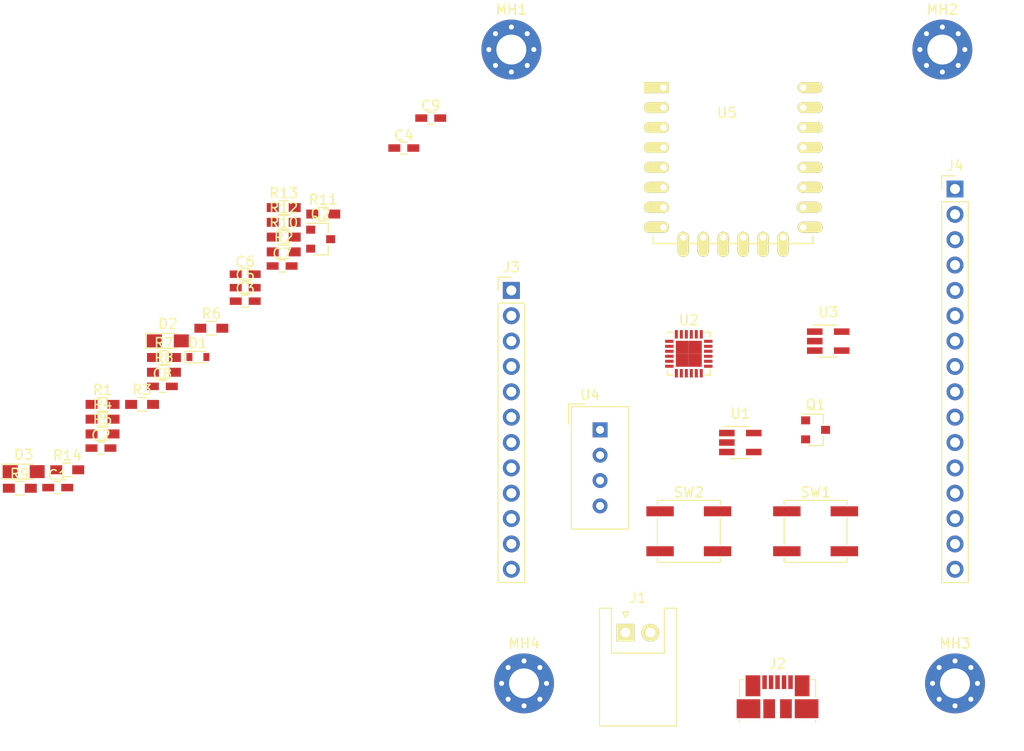
<source format=kicad_pcb>
(kicad_pcb (version 20171130) (host pcbnew "(5.0.0)")

  (general
    (thickness 1.6)
    (drawings 0)
    (tracks 0)
    (zones 0)
    (modules 43)
    (nets 60)
  )

  (page USLetter)
  (title_block
    (title "IoT ESP8266 board")
    (date 2020-11-12)
    (rev v1.0)
    (company "Universidad Sergio Arboleda")
    (comment 1 "Marco Teran")
  )

  (layers
    (0 F.Cu signal)
    (31 B.Cu signal)
    (32 B.Adhes user)
    (33 F.Adhes user)
    (34 B.Paste user)
    (35 F.Paste user)
    (36 B.SilkS user)
    (37 F.SilkS user)
    (38 B.Mask user)
    (39 F.Mask user)
    (40 Dwgs.User user)
    (41 Cmts.User user)
    (42 Eco1.User user)
    (43 Eco2.User user)
    (44 Edge.Cuts user)
    (45 Margin user)
    (46 B.CrtYd user)
    (47 F.CrtYd user)
    (48 B.Fab user)
    (49 F.Fab user)
  )

  (setup
    (last_trace_width 0.25)
    (trace_clearance 0.2)
    (zone_clearance 0.508)
    (zone_45_only no)
    (trace_min 0.2)
    (segment_width 0.2)
    (edge_width 0.15)
    (via_size 0.8)
    (via_drill 0.4)
    (via_min_size 0.4)
    (via_min_drill 0.3)
    (uvia_size 0.3)
    (uvia_drill 0.1)
    (uvias_allowed no)
    (uvia_min_size 0.2)
    (uvia_min_drill 0.1)
    (pcb_text_width 0.3)
    (pcb_text_size 1.5 1.5)
    (mod_edge_width 0.15)
    (mod_text_size 1 1)
    (mod_text_width 0.15)
    (pad_size 1.524 1.524)
    (pad_drill 0.762)
    (pad_to_mask_clearance 0.2)
    (aux_axis_origin 0 0)
    (visible_elements FFFFF77F)
    (pcbplotparams
      (layerselection 0x010fc_ffffffff)
      (usegerberextensions false)
      (usegerberattributes false)
      (usegerberadvancedattributes false)
      (creategerberjobfile false)
      (excludeedgelayer true)
      (linewidth 0.100000)
      (plotframeref false)
      (viasonmask false)
      (mode 1)
      (useauxorigin false)
      (hpglpennumber 1)
      (hpglpenspeed 20)
      (hpglpendiameter 15.000000)
      (psnegative false)
      (psa4output false)
      (plotreference true)
      (plotvalue true)
      (plotinvisibletext false)
      (padsonsilk false)
      (subtractmaskfromsilk false)
      (outputformat 1)
      (mirror false)
      (drillshape 1)
      (scaleselection 1)
      (outputdirectory ""))
  )

  (net 0 "")
  (net 1 GND)
  (net 2 "Net-(C1-Pad1)")
  (net 3 VBUS)
  (net 4 +3V3)
  (net 5 +BATT)
  (net 6 "Net-(D2-Pad1)")
  (net 7 "Net-(D3-Pad1)")
  (net 8 "Net-(J2-Pad6)")
  (net 9 "Net-(J2-Pad4)")
  (net 10 "Net-(J2-Pad3)")
  (net 11 "Net-(J2-Pad2)")
  (net 12 GPIO4_SDA)
  (net 13 GPIO5_SCL)
  (net 14 GPIO2)
  (net 15 GPIO16)
  (net 16 GPIO0)
  (net 17 GPIO15)
  (net 18 GPIO13_MOSI)
  (net 19 GPIO12_MISO)
  (net 20 GPIO14_SCK)
  (net 21 EN_R)
  (net 22 RST)
  (net 23 "Net-(J4-Pad14)")
  (net 24 ADC0)
  (net 25 "Net-(J4-Pad11)")
  (net 26 "Net-(J4-Pad10)")
  (net 27 "Net-(J4-Pad9)")
  (net 28 "Net-(J4-Pad8)")
  (net 29 "Net-(J4-Pad7)")
  (net 30 RXD)
  (net 31 TXD)
  (net 32 EN)
  (net 33 "Net-(Q1-Pad1)")
  (net 34 DTR)
  (net 35 RTS)
  (net 36 "Net-(Q2-Pad1)")
  (net 37 "Net-(R1-Pad2)")
  (net 38 "Net-(R5-Pad1)")
  (net 39 STAT)
  (net 40 "Net-(R9-Pad1)")
  (net 41 "Net-(U1-Pad4)")
  (net 42 "Net-(U2-Pad24)")
  (net 43 "Net-(U2-Pad22)")
  (net 44 "Net-(U2-Pad18)")
  (net 45 "Net-(U2-Pad17)")
  (net 46 "Net-(U2-Pad16)")
  (net 47 "Net-(U2-Pad15)")
  (net 48 "Net-(U2-Pad14)")
  (net 49 "Net-(U2-Pad13)")
  (net 50 "Net-(U2-Pad12)")
  (net 51 "Net-(U2-Pad11)")
  (net 52 "Net-(U2-Pad10)")
  (net 53 "Net-(U2-Pad1)")
  (net 54 "Net-(U5-Pad17)")
  (net 55 "Net-(U5-Pad18)")
  (net 56 "Net-(U5-Pad19)")
  (net 57 "Net-(U5-Pad20)")
  (net 58 "Net-(U5-Pad21)")
  (net 59 "Net-(U5-Pad22)")

  (net_class Default "This is the default net class."
    (clearance 0.2)
    (trace_width 0.25)
    (via_dia 0.8)
    (via_drill 0.4)
    (uvia_dia 0.3)
    (uvia_drill 0.1)
    (add_net +3V3)
    (add_net +BATT)
    (add_net ADC0)
    (add_net DTR)
    (add_net EN)
    (add_net EN_R)
    (add_net GND)
    (add_net GPIO0)
    (add_net GPIO12_MISO)
    (add_net GPIO13_MOSI)
    (add_net GPIO14_SCK)
    (add_net GPIO15)
    (add_net GPIO16)
    (add_net GPIO2)
    (add_net GPIO4_SDA)
    (add_net GPIO5_SCL)
    (add_net "Net-(C1-Pad1)")
    (add_net "Net-(D2-Pad1)")
    (add_net "Net-(D3-Pad1)")
    (add_net "Net-(J2-Pad2)")
    (add_net "Net-(J2-Pad3)")
    (add_net "Net-(J2-Pad4)")
    (add_net "Net-(J2-Pad6)")
    (add_net "Net-(J4-Pad10)")
    (add_net "Net-(J4-Pad11)")
    (add_net "Net-(J4-Pad14)")
    (add_net "Net-(J4-Pad7)")
    (add_net "Net-(J4-Pad8)")
    (add_net "Net-(J4-Pad9)")
    (add_net "Net-(Q1-Pad1)")
    (add_net "Net-(Q2-Pad1)")
    (add_net "Net-(R1-Pad2)")
    (add_net "Net-(R5-Pad1)")
    (add_net "Net-(R9-Pad1)")
    (add_net "Net-(U1-Pad4)")
    (add_net "Net-(U2-Pad1)")
    (add_net "Net-(U2-Pad10)")
    (add_net "Net-(U2-Pad11)")
    (add_net "Net-(U2-Pad12)")
    (add_net "Net-(U2-Pad13)")
    (add_net "Net-(U2-Pad14)")
    (add_net "Net-(U2-Pad15)")
    (add_net "Net-(U2-Pad16)")
    (add_net "Net-(U2-Pad17)")
    (add_net "Net-(U2-Pad18)")
    (add_net "Net-(U2-Pad22)")
    (add_net "Net-(U2-Pad24)")
    (add_net "Net-(U5-Pad17)")
    (add_net "Net-(U5-Pad18)")
    (add_net "Net-(U5-Pad19)")
    (add_net "Net-(U5-Pad20)")
    (add_net "Net-(U5-Pad21)")
    (add_net "Net-(U5-Pad22)")
    (add_net RST)
    (add_net RTS)
    (add_net RXD)
    (add_net STAT)
    (add_net TXD)
    (add_net VBUS)
  )

  (module Capacitors_SMD:C_0603_HandSoldering (layer F.Cu) (tedit 58AA848B) (tstamp 5FAD82AF)
    (at 73.935001 120.085001)
    (descr "Capacitor SMD 0603, hand soldering")
    (tags "capacitor 0603")
    (path /5FABF28F)
    (attr smd)
    (fp_text reference C1 (at 0 -1.25) (layer F.SilkS)
      (effects (font (size 1 1) (thickness 0.15)))
    )
    (fp_text value 1u (at 0 1.5) (layer F.Fab)
      (effects (font (size 1 1) (thickness 0.15)))
    )
    (fp_line (start 1.8 0.65) (end -1.8 0.65) (layer F.CrtYd) (width 0.05))
    (fp_line (start 1.8 0.65) (end 1.8 -0.65) (layer F.CrtYd) (width 0.05))
    (fp_line (start -1.8 -0.65) (end -1.8 0.65) (layer F.CrtYd) (width 0.05))
    (fp_line (start -1.8 -0.65) (end 1.8 -0.65) (layer F.CrtYd) (width 0.05))
    (fp_line (start 0.35 0.6) (end -0.35 0.6) (layer F.SilkS) (width 0.12))
    (fp_line (start -0.35 -0.6) (end 0.35 -0.6) (layer F.SilkS) (width 0.12))
    (fp_line (start -0.8 -0.4) (end 0.8 -0.4) (layer F.Fab) (width 0.1))
    (fp_line (start 0.8 -0.4) (end 0.8 0.4) (layer F.Fab) (width 0.1))
    (fp_line (start 0.8 0.4) (end -0.8 0.4) (layer F.Fab) (width 0.1))
    (fp_line (start -0.8 0.4) (end -0.8 -0.4) (layer F.Fab) (width 0.1))
    (fp_text user %R (at 0 -1.25) (layer F.Fab)
      (effects (font (size 1 1) (thickness 0.15)))
    )
    (pad 2 smd rect (at 0.95 0) (size 1.2 0.75) (layers F.Cu F.Paste F.Mask)
      (net 1 GND))
    (pad 1 smd rect (at -0.95 0) (size 1.2 0.75) (layers F.Cu F.Paste F.Mask)
      (net 2 "Net-(C1-Pad1)"))
    (model Capacitors_SMD.3dshapes/C_0603.wrl
      (at (xyz 0 0 0))
      (scale (xyz 1 1 1))
      (rotate (xyz 0 0 0))
    )
  )

  (module Capacitors_SMD:C_0603_HandSoldering (layer F.Cu) (tedit 58AA848B) (tstamp 5FAD82C0)
    (at 78.265001 116.125001)
    (descr "Capacitor SMD 0603, hand soldering")
    (tags "capacitor 0603")
    (path /5FB08781)
    (attr smd)
    (fp_text reference C2 (at 0 -1.25) (layer F.SilkS)
      (effects (font (size 1 1) (thickness 0.15)))
    )
    (fp_text value 10u (at 0 1.5) (layer F.Fab)
      (effects (font (size 1 1) (thickness 0.15)))
    )
    (fp_text user %R (at 0 -1.25) (layer F.Fab)
      (effects (font (size 1 1) (thickness 0.15)))
    )
    (fp_line (start -0.8 0.4) (end -0.8 -0.4) (layer F.Fab) (width 0.1))
    (fp_line (start 0.8 0.4) (end -0.8 0.4) (layer F.Fab) (width 0.1))
    (fp_line (start 0.8 -0.4) (end 0.8 0.4) (layer F.Fab) (width 0.1))
    (fp_line (start -0.8 -0.4) (end 0.8 -0.4) (layer F.Fab) (width 0.1))
    (fp_line (start -0.35 -0.6) (end 0.35 -0.6) (layer F.SilkS) (width 0.12))
    (fp_line (start 0.35 0.6) (end -0.35 0.6) (layer F.SilkS) (width 0.12))
    (fp_line (start -1.8 -0.65) (end 1.8 -0.65) (layer F.CrtYd) (width 0.05))
    (fp_line (start -1.8 -0.65) (end -1.8 0.65) (layer F.CrtYd) (width 0.05))
    (fp_line (start 1.8 0.65) (end 1.8 -0.65) (layer F.CrtYd) (width 0.05))
    (fp_line (start 1.8 0.65) (end -1.8 0.65) (layer F.CrtYd) (width 0.05))
    (pad 1 smd rect (at -0.95 0) (size 1.2 0.75) (layers F.Cu F.Paste F.Mask)
      (net 3 VBUS))
    (pad 2 smd rect (at 0.95 0) (size 1.2 0.75) (layers F.Cu F.Paste F.Mask)
      (net 1 GND))
    (model Capacitors_SMD.3dshapes/C_0603.wrl
      (at (xyz 0 0 0))
      (scale (xyz 1 1 1))
      (rotate (xyz 0 0 0))
    )
  )

  (module Capacitors_SMD:C_0603_HandSoldering (layer F.Cu) (tedit 58AA848B) (tstamp 5FAD82D1)
    (at 92.715001 101.405001)
    (descr "Capacitor SMD 0603, hand soldering")
    (tags "capacitor 0603")
    (path /5FB1C7CA)
    (attr smd)
    (fp_text reference C3 (at 0 -1.25) (layer F.SilkS)
      (effects (font (size 1 1) (thickness 0.15)))
    )
    (fp_text value 1u (at 0 1.5) (layer F.Fab)
      (effects (font (size 1 1) (thickness 0.15)))
    )
    (fp_line (start 1.8 0.65) (end -1.8 0.65) (layer F.CrtYd) (width 0.05))
    (fp_line (start 1.8 0.65) (end 1.8 -0.65) (layer F.CrtYd) (width 0.05))
    (fp_line (start -1.8 -0.65) (end -1.8 0.65) (layer F.CrtYd) (width 0.05))
    (fp_line (start -1.8 -0.65) (end 1.8 -0.65) (layer F.CrtYd) (width 0.05))
    (fp_line (start 0.35 0.6) (end -0.35 0.6) (layer F.SilkS) (width 0.12))
    (fp_line (start -0.35 -0.6) (end 0.35 -0.6) (layer F.SilkS) (width 0.12))
    (fp_line (start -0.8 -0.4) (end 0.8 -0.4) (layer F.Fab) (width 0.1))
    (fp_line (start 0.8 -0.4) (end 0.8 0.4) (layer F.Fab) (width 0.1))
    (fp_line (start 0.8 0.4) (end -0.8 0.4) (layer F.Fab) (width 0.1))
    (fp_line (start -0.8 0.4) (end -0.8 -0.4) (layer F.Fab) (width 0.1))
    (fp_text user %R (at 0 -1.25) (layer F.Fab)
      (effects (font (size 1 1) (thickness 0.15)))
    )
    (pad 2 smd rect (at 0.95 0) (size 1.2 0.75) (layers F.Cu F.Paste F.Mask)
      (net 1 GND))
    (pad 1 smd rect (at -0.95 0) (size 1.2 0.75) (layers F.Cu F.Paste F.Mask)
      (net 4 +3V3))
    (model Capacitors_SMD.3dshapes/C_0603.wrl
      (at (xyz 0 0 0))
      (scale (xyz 1 1 1))
      (rotate (xyz 0 0 0))
    )
  )

  (module Capacitors_SMD:C_0603_HandSoldering (layer F.Cu) (tedit 58AA848B) (tstamp 5FAD82E2)
    (at 108.605001 86.065001)
    (descr "Capacitor SMD 0603, hand soldering")
    (tags "capacitor 0603")
    (path /5FB2279A)
    (attr smd)
    (fp_text reference C4 (at 0 -1.25) (layer F.SilkS)
      (effects (font (size 1 1) (thickness 0.15)))
    )
    (fp_text value 10u (at 0 1.5) (layer F.Fab)
      (effects (font (size 1 1) (thickness 0.15)))
    )
    (fp_text user %R (at 0 -1.25) (layer F.Fab)
      (effects (font (size 1 1) (thickness 0.15)))
    )
    (fp_line (start -0.8 0.4) (end -0.8 -0.4) (layer F.Fab) (width 0.1))
    (fp_line (start 0.8 0.4) (end -0.8 0.4) (layer F.Fab) (width 0.1))
    (fp_line (start 0.8 -0.4) (end 0.8 0.4) (layer F.Fab) (width 0.1))
    (fp_line (start -0.8 -0.4) (end 0.8 -0.4) (layer F.Fab) (width 0.1))
    (fp_line (start -0.35 -0.6) (end 0.35 -0.6) (layer F.SilkS) (width 0.12))
    (fp_line (start 0.35 0.6) (end -0.35 0.6) (layer F.SilkS) (width 0.12))
    (fp_line (start -1.8 -0.65) (end 1.8 -0.65) (layer F.CrtYd) (width 0.05))
    (fp_line (start -1.8 -0.65) (end -1.8 0.65) (layer F.CrtYd) (width 0.05))
    (fp_line (start 1.8 0.65) (end 1.8 -0.65) (layer F.CrtYd) (width 0.05))
    (fp_line (start 1.8 0.65) (end -1.8 0.65) (layer F.CrtYd) (width 0.05))
    (pad 1 smd rect (at -0.95 0) (size 1.2 0.75) (layers F.Cu F.Paste F.Mask)
      (net 4 +3V3))
    (pad 2 smd rect (at 0.95 0) (size 1.2 0.75) (layers F.Cu F.Paste F.Mask)
      (net 1 GND))
    (model Capacitors_SMD.3dshapes/C_0603.wrl
      (at (xyz 0 0 0))
      (scale (xyz 1 1 1))
      (rotate (xyz 0 0 0))
    )
  )

  (module Capacitors_SMD:C_0603_HandSoldering (layer F.Cu) (tedit 58AA848B) (tstamp 5FAD82F3)
    (at 92.715001 100.055001)
    (descr "Capacitor SMD 0603, hand soldering")
    (tags "capacitor 0603")
    (path /5FAD7C53)
    (attr smd)
    (fp_text reference C5 (at 0 -1.25) (layer F.SilkS)
      (effects (font (size 1 1) (thickness 0.15)))
    )
    (fp_text value 4.7u (at 0 1.5) (layer F.Fab)
      (effects (font (size 1 1) (thickness 0.15)))
    )
    (fp_line (start 1.8 0.65) (end -1.8 0.65) (layer F.CrtYd) (width 0.05))
    (fp_line (start 1.8 0.65) (end 1.8 -0.65) (layer F.CrtYd) (width 0.05))
    (fp_line (start -1.8 -0.65) (end -1.8 0.65) (layer F.CrtYd) (width 0.05))
    (fp_line (start -1.8 -0.65) (end 1.8 -0.65) (layer F.CrtYd) (width 0.05))
    (fp_line (start 0.35 0.6) (end -0.35 0.6) (layer F.SilkS) (width 0.12))
    (fp_line (start -0.35 -0.6) (end 0.35 -0.6) (layer F.SilkS) (width 0.12))
    (fp_line (start -0.8 -0.4) (end 0.8 -0.4) (layer F.Fab) (width 0.1))
    (fp_line (start 0.8 -0.4) (end 0.8 0.4) (layer F.Fab) (width 0.1))
    (fp_line (start 0.8 0.4) (end -0.8 0.4) (layer F.Fab) (width 0.1))
    (fp_line (start -0.8 0.4) (end -0.8 -0.4) (layer F.Fab) (width 0.1))
    (fp_text user %R (at 0 -1.25) (layer F.Fab)
      (effects (font (size 1 1) (thickness 0.15)))
    )
    (pad 2 smd rect (at 0.95 0) (size 1.2 0.75) (layers F.Cu F.Paste F.Mask)
      (net 1 GND))
    (pad 1 smd rect (at -0.95 0) (size 1.2 0.75) (layers F.Cu F.Paste F.Mask)
      (net 5 +BATT))
    (model Capacitors_SMD.3dshapes/C_0603.wrl
      (at (xyz 0 0 0))
      (scale (xyz 1 1 1))
      (rotate (xyz 0 0 0))
    )
  )

  (module Capacitors_SMD:C_0603_HandSoldering (layer F.Cu) (tedit 58AA848B) (tstamp 5FAD8304)
    (at 92.715001 98.705001)
    (descr "Capacitor SMD 0603, hand soldering")
    (tags "capacitor 0603")
    (path /5FAD7CC5)
    (attr smd)
    (fp_text reference C6 (at 0 -1.25) (layer F.SilkS)
      (effects (font (size 1 1) (thickness 0.15)))
    )
    (fp_text value 10u (at 0 1.5) (layer F.Fab)
      (effects (font (size 1 1) (thickness 0.15)))
    )
    (fp_line (start 1.8 0.65) (end -1.8 0.65) (layer F.CrtYd) (width 0.05))
    (fp_line (start 1.8 0.65) (end 1.8 -0.65) (layer F.CrtYd) (width 0.05))
    (fp_line (start -1.8 -0.65) (end -1.8 0.65) (layer F.CrtYd) (width 0.05))
    (fp_line (start -1.8 -0.65) (end 1.8 -0.65) (layer F.CrtYd) (width 0.05))
    (fp_line (start 0.35 0.6) (end -0.35 0.6) (layer F.SilkS) (width 0.12))
    (fp_line (start -0.35 -0.6) (end 0.35 -0.6) (layer F.SilkS) (width 0.12))
    (fp_line (start -0.8 -0.4) (end 0.8 -0.4) (layer F.Fab) (width 0.1))
    (fp_line (start 0.8 -0.4) (end 0.8 0.4) (layer F.Fab) (width 0.1))
    (fp_line (start 0.8 0.4) (end -0.8 0.4) (layer F.Fab) (width 0.1))
    (fp_line (start -0.8 0.4) (end -0.8 -0.4) (layer F.Fab) (width 0.1))
    (fp_text user %R (at 0 -1.25) (layer F.Fab)
      (effects (font (size 1 1) (thickness 0.15)))
    )
    (pad 2 smd rect (at 0.95 0) (size 1.2 0.75) (layers F.Cu F.Paste F.Mask)
      (net 1 GND))
    (pad 1 smd rect (at -0.95 0) (size 1.2 0.75) (layers F.Cu F.Paste F.Mask)
      (net 5 +BATT))
    (model Capacitors_SMD.3dshapes/C_0603.wrl
      (at (xyz 0 0 0))
      (scale (xyz 1 1 1))
      (rotate (xyz 0 0 0))
    )
  )

  (module Capacitors_SMD:C_0603_HandSoldering (layer F.Cu) (tedit 58AA848B) (tstamp 5FAD8315)
    (at 96.415001 97.885001)
    (descr "Capacitor SMD 0603, hand soldering")
    (tags "capacitor 0603")
    (path /5FB1AD0D)
    (attr smd)
    (fp_text reference C7 (at 0 -1.25) (layer F.SilkS)
      (effects (font (size 1 1) (thickness 0.15)))
    )
    (fp_text value 100n (at 0 1.5) (layer F.Fab)
      (effects (font (size 1 1) (thickness 0.15)))
    )
    (fp_text user %R (at 0 -1.25) (layer F.Fab)
      (effects (font (size 1 1) (thickness 0.15)))
    )
    (fp_line (start -0.8 0.4) (end -0.8 -0.4) (layer F.Fab) (width 0.1))
    (fp_line (start 0.8 0.4) (end -0.8 0.4) (layer F.Fab) (width 0.1))
    (fp_line (start 0.8 -0.4) (end 0.8 0.4) (layer F.Fab) (width 0.1))
    (fp_line (start -0.8 -0.4) (end 0.8 -0.4) (layer F.Fab) (width 0.1))
    (fp_line (start -0.35 -0.6) (end 0.35 -0.6) (layer F.SilkS) (width 0.12))
    (fp_line (start 0.35 0.6) (end -0.35 0.6) (layer F.SilkS) (width 0.12))
    (fp_line (start -1.8 -0.65) (end 1.8 -0.65) (layer F.CrtYd) (width 0.05))
    (fp_line (start -1.8 -0.65) (end -1.8 0.65) (layer F.CrtYd) (width 0.05))
    (fp_line (start 1.8 0.65) (end 1.8 -0.65) (layer F.CrtYd) (width 0.05))
    (fp_line (start 1.8 0.65) (end -1.8 0.65) (layer F.CrtYd) (width 0.05))
    (pad 1 smd rect (at -0.95 0) (size 1.2 0.75) (layers F.Cu F.Paste F.Mask)
      (net 4 +3V3))
    (pad 2 smd rect (at 0.95 0) (size 1.2 0.75) (layers F.Cu F.Paste F.Mask)
      (net 1 GND))
    (model Capacitors_SMD.3dshapes/C_0603.wrl
      (at (xyz 0 0 0))
      (scale (xyz 1 1 1))
      (rotate (xyz 0 0 0))
    )
  )

  (module Capacitors_SMD:C_0603_HandSoldering (layer F.Cu) (tedit 58AA848B) (tstamp 5FAD8326)
    (at 84.415001 109.945001)
    (descr "Capacitor SMD 0603, hand soldering")
    (tags "capacitor 0603")
    (path /5FAABB09)
    (attr smd)
    (fp_text reference C8 (at 0 -1.25) (layer F.SilkS)
      (effects (font (size 1 1) (thickness 0.15)))
    )
    (fp_text value 10u (at 0 1.5) (layer F.Fab)
      (effects (font (size 1 1) (thickness 0.15)))
    )
    (fp_line (start 1.8 0.65) (end -1.8 0.65) (layer F.CrtYd) (width 0.05))
    (fp_line (start 1.8 0.65) (end 1.8 -0.65) (layer F.CrtYd) (width 0.05))
    (fp_line (start -1.8 -0.65) (end -1.8 0.65) (layer F.CrtYd) (width 0.05))
    (fp_line (start -1.8 -0.65) (end 1.8 -0.65) (layer F.CrtYd) (width 0.05))
    (fp_line (start 0.35 0.6) (end -0.35 0.6) (layer F.SilkS) (width 0.12))
    (fp_line (start -0.35 -0.6) (end 0.35 -0.6) (layer F.SilkS) (width 0.12))
    (fp_line (start -0.8 -0.4) (end 0.8 -0.4) (layer F.Fab) (width 0.1))
    (fp_line (start 0.8 -0.4) (end 0.8 0.4) (layer F.Fab) (width 0.1))
    (fp_line (start 0.8 0.4) (end -0.8 0.4) (layer F.Fab) (width 0.1))
    (fp_line (start -0.8 0.4) (end -0.8 -0.4) (layer F.Fab) (width 0.1))
    (fp_text user %R (at 0 -1.25) (layer F.Fab)
      (effects (font (size 1 1) (thickness 0.15)))
    )
    (pad 2 smd rect (at 0.95 0) (size 1.2 0.75) (layers F.Cu F.Paste F.Mask)
      (net 1 GND))
    (pad 1 smd rect (at -0.95 0) (size 1.2 0.75) (layers F.Cu F.Paste F.Mask)
      (net 4 +3V3))
    (model Capacitors_SMD.3dshapes/C_0603.wrl
      (at (xyz 0 0 0))
      (scale (xyz 1 1 1))
      (rotate (xyz 0 0 0))
    )
  )

  (module Capacitors_SMD:C_0603_HandSoldering (layer F.Cu) (tedit 58AA848B) (tstamp 5FAD8337)
    (at 111.305001 83.065001)
    (descr "Capacitor SMD 0603, hand soldering")
    (tags "capacitor 0603")
    (path /5FAABB72)
    (attr smd)
    (fp_text reference C9 (at 0 -1.25) (layer F.SilkS)
      (effects (font (size 1 1) (thickness 0.15)))
    )
    (fp_text value 100n (at 0 1.5) (layer F.Fab)
      (effects (font (size 1 1) (thickness 0.15)))
    )
    (fp_text user %R (at 0 -1.25) (layer F.Fab)
      (effects (font (size 1 1) (thickness 0.15)))
    )
    (fp_line (start -0.8 0.4) (end -0.8 -0.4) (layer F.Fab) (width 0.1))
    (fp_line (start 0.8 0.4) (end -0.8 0.4) (layer F.Fab) (width 0.1))
    (fp_line (start 0.8 -0.4) (end 0.8 0.4) (layer F.Fab) (width 0.1))
    (fp_line (start -0.8 -0.4) (end 0.8 -0.4) (layer F.Fab) (width 0.1))
    (fp_line (start -0.35 -0.6) (end 0.35 -0.6) (layer F.SilkS) (width 0.12))
    (fp_line (start 0.35 0.6) (end -0.35 0.6) (layer F.SilkS) (width 0.12))
    (fp_line (start -1.8 -0.65) (end 1.8 -0.65) (layer F.CrtYd) (width 0.05))
    (fp_line (start -1.8 -0.65) (end -1.8 0.65) (layer F.CrtYd) (width 0.05))
    (fp_line (start 1.8 0.65) (end 1.8 -0.65) (layer F.CrtYd) (width 0.05))
    (fp_line (start 1.8 0.65) (end -1.8 0.65) (layer F.CrtYd) (width 0.05))
    (pad 1 smd rect (at -0.95 0) (size 1.2 0.75) (layers F.Cu F.Paste F.Mask)
      (net 4 +3V3))
    (pad 2 smd rect (at 0.95 0) (size 1.2 0.75) (layers F.Cu F.Paste F.Mask)
      (net 1 GND))
    (model Capacitors_SMD.3dshapes/C_0603.wrl
      (at (xyz 0 0 0))
      (scale (xyz 1 1 1))
      (rotate (xyz 0 0 0))
    )
  )

  (module Diodes_SMD:D_0603 (layer F.Cu) (tedit 590CE922) (tstamp 5FAD834F)
    (at 87.975001 107.005001)
    (descr "Diode SMD in 0603 package http://datasheets.avx.com/schottky.pdf")
    (tags "smd diode")
    (path /5FB28E75)
    (attr smd)
    (fp_text reference D1 (at 0 -1.4) (layer F.SilkS)
      (effects (font (size 1 1) (thickness 0.15)))
    )
    (fp_text value D_Schottky (at 0 1.4) (layer F.Fab)
      (effects (font (size 1 1) (thickness 0.15)))
    )
    (fp_line (start -1.3 -0.57) (end 0.8 -0.57) (layer F.SilkS) (width 0.12))
    (fp_line (start -1.3 0.57) (end 0.8 0.57) (layer F.SilkS) (width 0.12))
    (fp_line (start -0.8 -0.45) (end 0.8 -0.45) (layer F.Fab) (width 0.1))
    (fp_line (start 0.8 -0.45) (end 0.8 0.45) (layer F.Fab) (width 0.1))
    (fp_line (start 0.8 0.45) (end -0.8 0.45) (layer F.Fab) (width 0.1))
    (fp_line (start -0.8 0.45) (end -0.8 -0.45) (layer F.Fab) (width 0.1))
    (fp_line (start 0.2 -0.2) (end -0.1 0) (layer F.Fab) (width 0.1))
    (fp_line (start -0.1 0) (end 0.2 0.2) (layer F.Fab) (width 0.1))
    (fp_line (start 0.2 0.2) (end 0.2 -0.2) (layer F.Fab) (width 0.1))
    (fp_line (start -0.1 -0.2) (end -0.1 0.2) (layer F.Fab) (width 0.1))
    (fp_line (start -0.1 0) (end -0.3 0) (layer F.Fab) (width 0.1))
    (fp_line (start 0.2 0) (end 0.4 0) (layer F.Fab) (width 0.1))
    (fp_line (start 1.4 -0.67) (end -1.4 -0.67) (layer F.CrtYd) (width 0.05))
    (fp_line (start -1.4 -0.67) (end -1.4 0.67) (layer F.CrtYd) (width 0.05))
    (fp_line (start -1.4 0.67) (end 1.4 0.67) (layer F.CrtYd) (width 0.05))
    (fp_line (start 1.4 0.67) (end 1.4 -0.67) (layer F.CrtYd) (width 0.05))
    (fp_line (start -1.3 -0.57) (end -1.3 0.57) (layer F.SilkS) (width 0.12))
    (fp_text user %R (at 0 -1.4) (layer F.Fab)
      (effects (font (size 1 1) (thickness 0.15)))
    )
    (pad 2 smd rect (at 0.85 0) (size 0.6 0.8) (layers F.Cu F.Paste F.Mask)
      (net 5 +BATT))
    (pad 1 smd rect (at -0.85 0) (size 0.6 0.8) (layers F.Cu F.Paste F.Mask)
      (net 3 VBUS))
    (model ${KISYS3DMOD}/Diodes_SMD.3dshapes/D_0603.wrl
      (at (xyz 0 0 0))
      (scale (xyz 1 1 1))
      (rotate (xyz 0 0 0))
    )
  )

  (module LEDs:LED_0805_HandSoldering (layer F.Cu) (tedit 595FCA25) (tstamp 5FAD8364)
    (at 84.965001 105.385001)
    (descr "Resistor SMD 0805, hand soldering")
    (tags "resistor 0805")
    (path /5FB519BD)
    (attr smd)
    (fp_text reference D2 (at 0 -1.7) (layer F.SilkS)
      (effects (font (size 1 1) (thickness 0.15)))
    )
    (fp_text value LED (at 0 1.75) (layer F.Fab)
      (effects (font (size 1 1) (thickness 0.15)))
    )
    (fp_line (start -0.4 -0.4) (end -0.4 0.4) (layer F.Fab) (width 0.1))
    (fp_line (start -0.4 0) (end 0.2 -0.4) (layer F.Fab) (width 0.1))
    (fp_line (start 0.2 0.4) (end -0.4 0) (layer F.Fab) (width 0.1))
    (fp_line (start 0.2 -0.4) (end 0.2 0.4) (layer F.Fab) (width 0.1))
    (fp_line (start -1 0.62) (end -1 -0.62) (layer F.Fab) (width 0.1))
    (fp_line (start 1 0.62) (end -1 0.62) (layer F.Fab) (width 0.1))
    (fp_line (start 1 -0.62) (end 1 0.62) (layer F.Fab) (width 0.1))
    (fp_line (start -1 -0.62) (end 1 -0.62) (layer F.Fab) (width 0.1))
    (fp_line (start 1 0.75) (end -2.2 0.75) (layer F.SilkS) (width 0.12))
    (fp_line (start -2.2 -0.75) (end 1 -0.75) (layer F.SilkS) (width 0.12))
    (fp_line (start -2.35 -0.9) (end 2.35 -0.9) (layer F.CrtYd) (width 0.05))
    (fp_line (start -2.35 -0.9) (end -2.35 0.9) (layer F.CrtYd) (width 0.05))
    (fp_line (start 2.35 0.9) (end 2.35 -0.9) (layer F.CrtYd) (width 0.05))
    (fp_line (start 2.35 0.9) (end -2.35 0.9) (layer F.CrtYd) (width 0.05))
    (fp_line (start -2.2 -0.75) (end -2.2 0.75) (layer F.SilkS) (width 0.12))
    (pad 1 smd rect (at -1.35 0) (size 1.5 1.3) (layers F.Cu F.Paste F.Mask)
      (net 6 "Net-(D2-Pad1)"))
    (pad 2 smd rect (at 1.35 0) (size 1.5 1.3) (layers F.Cu F.Paste F.Mask)
      (net 3 VBUS))
    (model ${KISYS3DMOD}/LEDs.3dshapes/LED_0805.wrl
      (at (xyz 0 0 0))
      (scale (xyz 1 1 1))
      (rotate (xyz 0 0 0))
    )
  )

  (module LEDs:LED_0805_HandSoldering (layer F.Cu) (tedit 595FCA25) (tstamp 5FAD8379)
    (at 70.525001 118.485001)
    (descr "Resistor SMD 0805, hand soldering")
    (tags "resistor 0805")
    (path /5FAEEE72)
    (attr smd)
    (fp_text reference D3 (at 0 -1.7) (layer F.SilkS)
      (effects (font (size 1 1) (thickness 0.15)))
    )
    (fp_text value LED (at 0 1.75) (layer F.Fab)
      (effects (font (size 1 1) (thickness 0.15)))
    )
    (fp_line (start -2.2 -0.75) (end -2.2 0.75) (layer F.SilkS) (width 0.12))
    (fp_line (start 2.35 0.9) (end -2.35 0.9) (layer F.CrtYd) (width 0.05))
    (fp_line (start 2.35 0.9) (end 2.35 -0.9) (layer F.CrtYd) (width 0.05))
    (fp_line (start -2.35 -0.9) (end -2.35 0.9) (layer F.CrtYd) (width 0.05))
    (fp_line (start -2.35 -0.9) (end 2.35 -0.9) (layer F.CrtYd) (width 0.05))
    (fp_line (start -2.2 -0.75) (end 1 -0.75) (layer F.SilkS) (width 0.12))
    (fp_line (start 1 0.75) (end -2.2 0.75) (layer F.SilkS) (width 0.12))
    (fp_line (start -1 -0.62) (end 1 -0.62) (layer F.Fab) (width 0.1))
    (fp_line (start 1 -0.62) (end 1 0.62) (layer F.Fab) (width 0.1))
    (fp_line (start 1 0.62) (end -1 0.62) (layer F.Fab) (width 0.1))
    (fp_line (start -1 0.62) (end -1 -0.62) (layer F.Fab) (width 0.1))
    (fp_line (start 0.2 -0.4) (end 0.2 0.4) (layer F.Fab) (width 0.1))
    (fp_line (start 0.2 0.4) (end -0.4 0) (layer F.Fab) (width 0.1))
    (fp_line (start -0.4 0) (end 0.2 -0.4) (layer F.Fab) (width 0.1))
    (fp_line (start -0.4 -0.4) (end -0.4 0.4) (layer F.Fab) (width 0.1))
    (pad 2 smd rect (at 1.35 0) (size 1.5 1.3) (layers F.Cu F.Paste F.Mask)
      (net 4 +3V3))
    (pad 1 smd rect (at -1.35 0) (size 1.5 1.3) (layers F.Cu F.Paste F.Mask)
      (net 7 "Net-(D3-Pad1)"))
    (model ${KISYS3DMOD}/LEDs.3dshapes/LED_0805.wrl
      (at (xyz 0 0 0))
      (scale (xyz 1 1 1))
      (rotate (xyz 0 0 0))
    )
  )

  (module Connectors_JST:JST_XH_S02B-XH-A_02x2.50mm_Angled (layer F.Cu) (tedit 58EAE850) (tstamp 5FAD83A0)
    (at 130.81 134.62)
    (descr "JST XH series connector, S02B-XH-A, side entry type, through hole")
    (tags "connector jst xh tht side horizontal angled 2.50mm")
    (path /5FB35F07)
    (fp_text reference J1 (at 1.25 -3.5) (layer F.SilkS)
      (effects (font (size 1 1) (thickness 0.15)))
    )
    (fp_text value Conn_01x02 (at 1.25 10.3) (layer F.Fab)
      (effects (font (size 1 1) (thickness 0.15)))
    )
    (fp_text user %R (at 1.25 2.25) (layer F.Fab)
      (effects (font (size 1 1) (thickness 0.15)))
    )
    (fp_line (start 0.3 -2.1) (end 0 -1.5) (layer F.Fab) (width 0.1))
    (fp_line (start -0.3 -2.1) (end 0.3 -2.1) (layer F.Fab) (width 0.1))
    (fp_line (start 0 -1.5) (end -0.3 -2.1) (layer F.Fab) (width 0.1))
    (fp_line (start 0.3 -2.1) (end 0 -1.5) (layer F.SilkS) (width 0.12))
    (fp_line (start -0.3 -2.1) (end 0.3 -2.1) (layer F.SilkS) (width 0.12))
    (fp_line (start 0 -1.5) (end -0.3 -2.1) (layer F.SilkS) (width 0.12))
    (fp_line (start 2.75 3.45) (end 2.25 3.45) (layer F.Fab) (width 0.1))
    (fp_line (start 2.75 8.7) (end 2.75 3.45) (layer F.Fab) (width 0.1))
    (fp_line (start 2.25 8.7) (end 2.75 8.7) (layer F.Fab) (width 0.1))
    (fp_line (start 2.25 3.45) (end 2.25 8.7) (layer F.Fab) (width 0.1))
    (fp_line (start 0.25 3.45) (end -0.25 3.45) (layer F.Fab) (width 0.1))
    (fp_line (start 0.25 8.7) (end 0.25 3.45) (layer F.Fab) (width 0.1))
    (fp_line (start -0.25 8.7) (end 0.25 8.7) (layer F.Fab) (width 0.1))
    (fp_line (start -0.25 3.45) (end -0.25 8.7) (layer F.Fab) (width 0.1))
    (fp_line (start 3.9 2.05) (end 1.25 2.05) (layer F.SilkS) (width 0.12))
    (fp_line (start 3.9 -2.45) (end 3.9 2.05) (layer F.SilkS) (width 0.12))
    (fp_line (start 5.1 -2.45) (end 3.9 -2.45) (layer F.SilkS) (width 0.12))
    (fp_line (start 5.1 9.35) (end 5.1 -2.45) (layer F.SilkS) (width 0.12))
    (fp_line (start 1.25 9.35) (end 5.1 9.35) (layer F.SilkS) (width 0.12))
    (fp_line (start -1.4 2.05) (end 1.25 2.05) (layer F.SilkS) (width 0.12))
    (fp_line (start -1.4 -2.45) (end -1.4 2.05) (layer F.SilkS) (width 0.12))
    (fp_line (start -2.6 -2.45) (end -1.4 -2.45) (layer F.SilkS) (width 0.12))
    (fp_line (start -2.6 9.35) (end -2.6 -2.45) (layer F.SilkS) (width 0.12))
    (fp_line (start 1.25 9.35) (end -2.6 9.35) (layer F.SilkS) (width 0.12))
    (fp_line (start 5.45 -2.8) (end -2.95 -2.8) (layer F.CrtYd) (width 0.05))
    (fp_line (start 5.45 9.7) (end 5.45 -2.8) (layer F.CrtYd) (width 0.05))
    (fp_line (start -2.95 9.7) (end 5.45 9.7) (layer F.CrtYd) (width 0.05))
    (fp_line (start -2.95 -2.8) (end -2.95 9.7) (layer F.CrtYd) (width 0.05))
    (fp_line (start 4.95 -2.3) (end -2.45 -2.3) (layer F.Fab) (width 0.1))
    (fp_line (start 4.95 9.2) (end 4.95 -2.3) (layer F.Fab) (width 0.1))
    (fp_line (start -2.45 9.2) (end 4.95 9.2) (layer F.Fab) (width 0.1))
    (fp_line (start -2.45 -2.3) (end -2.45 9.2) (layer F.Fab) (width 0.1))
    (pad 2 thru_hole circle (at 2.5 0) (size 1.75 1.75) (drill 1) (layers *.Cu *.Mask F.SilkS)
      (net 1 GND))
    (pad 1 thru_hole rect (at 0 0) (size 1.75 1.75) (drill 1) (layers *.Cu *.Mask F.SilkS)
      (net 5 +BATT))
    (model Connectors_JST.3dshapes/JST_XH_S02B-XH-A_02x2.50mm_Angled.wrl
      (at (xyz 0 0 0))
      (scale (xyz 1 1 1))
      (rotate (xyz 0 0 0))
    )
  )

  (module Connectors_USB:USB_Micro-B_Molex_47346-0001 (layer F.Cu) (tedit 594C50D0) (tstamp 5FAD83C0)
    (at 146.05 142.24)
    (descr "Micro USB B receptable with flange, bottom-mount, SMD, right-angle (http://www.molex.com/pdm_docs/sd/473460001_sd.pdf)")
    (tags "Micro B USB SMD")
    (path /5FAB30B6)
    (attr smd)
    (fp_text reference J2 (at 0 -4.5 180) (layer F.SilkS)
      (effects (font (size 1 1) (thickness 0.15)))
    )
    (fp_text value USB_B_Micro (at 0 3.4 180) (layer F.Fab)
      (effects (font (size 1 1) (thickness 0.15)))
    )
    (fp_line (start -3.25 1.45) (end 3.25 1.45) (layer F.Fab) (width 0.1))
    (fp_line (start -3.81 1.4) (end -3.81 1.14) (layer F.SilkS) (width 0.12))
    (fp_line (start -3.81 -1.14) (end -3.81 -2.91) (layer F.SilkS) (width 0.12))
    (fp_line (start -3.81 -2.91) (end -3.43 -2.91) (layer F.SilkS) (width 0.12))
    (fp_line (start 3.81 -2.91) (end 3.81 -1.14) (layer F.SilkS) (width 0.12))
    (fp_line (start 3.81 1.14) (end 3.81 1.4) (layer F.SilkS) (width 0.12))
    (fp_line (start -3.75 2.15) (end -3.75 -2.85) (layer F.Fab) (width 0.1))
    (fp_line (start -3.75 -2.85) (end 3.75 -2.85) (layer F.Fab) (width 0.1))
    (fp_line (start 3.75 -2.85) (end 3.75 2.15) (layer F.Fab) (width 0.1))
    (fp_line (start 3.75 2.15) (end -3.75 2.15) (layer F.Fab) (width 0.1))
    (fp_line (start -4.6 2.7) (end -4.6 -3.9) (layer F.CrtYd) (width 0.05))
    (fp_line (start -4.6 -3.9) (end 4.6 -3.9) (layer F.CrtYd) (width 0.05))
    (fp_line (start 4.6 -3.9) (end 4.6 2.7) (layer F.CrtYd) (width 0.05))
    (fp_line (start 4.6 2.7) (end -4.6 2.7) (layer F.CrtYd) (width 0.05))
    (fp_line (start 3.81 -2.91) (end 3.43 -2.91) (layer F.SilkS) (width 0.12))
    (fp_text user %R (at 0 0) (layer F.Fab)
      (effects (font (size 1 1) (thickness 0.15)))
    )
    (fp_text user "PCB Edge" (at 0 1.47 180) (layer Dwgs.User)
      (effects (font (size 0.4 0.4) (thickness 0.04)))
    )
    (pad 6 smd rect (at 0.84 0) (size 1.175 1.9) (layers F.Cu F.Paste F.Mask)
      (net 8 "Net-(J2-Pad6)"))
    (pad 6 smd rect (at -0.84 0) (size 1.175 1.9) (layers F.Cu F.Paste F.Mask)
      (net 8 "Net-(J2-Pad6)"))
    (pad 6 smd rect (at 2.91 0) (size 2.375 1.9) (layers F.Cu F.Paste F.Mask)
      (net 8 "Net-(J2-Pad6)"))
    (pad 6 smd rect (at -2.91 0) (size 2.375 1.9) (layers F.Cu F.Paste F.Mask)
      (net 8 "Net-(J2-Pad6)"))
    (pad 6 smd rect (at 2.4625 -2.3) (size 1.475 2.1) (layers F.Cu F.Paste F.Mask)
      (net 8 "Net-(J2-Pad6)"))
    (pad 6 smd rect (at -2.4625 -2.3) (size 1.475 2.1) (layers F.Cu F.Paste F.Mask)
      (net 8 "Net-(J2-Pad6)"))
    (pad 5 smd rect (at 1.3 -2.66) (size 0.45 1.38) (layers F.Cu F.Paste F.Mask)
      (net 1 GND))
    (pad 4 smd rect (at 0.65 -2.66) (size 0.45 1.38) (layers F.Cu F.Paste F.Mask)
      (net 9 "Net-(J2-Pad4)"))
    (pad 3 smd rect (at 0 -2.66) (size 0.45 1.38) (layers F.Cu F.Paste F.Mask)
      (net 10 "Net-(J2-Pad3)"))
    (pad 2 smd rect (at -0.65 -2.66) (size 0.45 1.38) (layers F.Cu F.Paste F.Mask)
      (net 11 "Net-(J2-Pad2)"))
    (pad 1 smd rect (at -1.3 -2.66) (size 0.45 1.38) (layers F.Cu F.Paste F.Mask)
      (net 3 VBUS))
    (model ${KISYS3DMOD}/Connectors_USB.3dshapes/USB_Micro-B_Molex_47346-0001.wrl
      (at (xyz 0 0 0))
      (scale (xyz 1 1 1))
      (rotate (xyz 0 0 0))
    )
  )

  (module Socket_Strips:Socket_Strip_Straight_1x12_Pitch2.54mm (layer F.Cu) (tedit 58CD5446) (tstamp 5FAD83DF)
    (at 119.38 100.33)
    (descr "Through hole straight socket strip, 1x12, 2.54mm pitch, single row")
    (tags "Through hole socket strip THT 1x12 2.54mm single row")
    (path /5FBB62BD)
    (fp_text reference J3 (at 0 -2.33) (layer F.SilkS)
      (effects (font (size 1 1) (thickness 0.15)))
    )
    (fp_text value Conn_01x12 (at 0 30.27) (layer F.Fab)
      (effects (font (size 1 1) (thickness 0.15)))
    )
    (fp_text user %R (at 0 -2.33) (layer F.Fab)
      (effects (font (size 1 1) (thickness 0.15)))
    )
    (fp_line (start 1.8 -1.8) (end -1.8 -1.8) (layer F.CrtYd) (width 0.05))
    (fp_line (start 1.8 29.75) (end 1.8 -1.8) (layer F.CrtYd) (width 0.05))
    (fp_line (start -1.8 29.75) (end 1.8 29.75) (layer F.CrtYd) (width 0.05))
    (fp_line (start -1.8 -1.8) (end -1.8 29.75) (layer F.CrtYd) (width 0.05))
    (fp_line (start -1.33 -1.33) (end 0 -1.33) (layer F.SilkS) (width 0.12))
    (fp_line (start -1.33 0) (end -1.33 -1.33) (layer F.SilkS) (width 0.12))
    (fp_line (start 1.33 1.27) (end -1.33 1.27) (layer F.SilkS) (width 0.12))
    (fp_line (start 1.33 29.27) (end 1.33 1.27) (layer F.SilkS) (width 0.12))
    (fp_line (start -1.33 29.27) (end 1.33 29.27) (layer F.SilkS) (width 0.12))
    (fp_line (start -1.33 1.27) (end -1.33 29.27) (layer F.SilkS) (width 0.12))
    (fp_line (start 1.27 -1.27) (end -1.27 -1.27) (layer F.Fab) (width 0.1))
    (fp_line (start 1.27 29.21) (end 1.27 -1.27) (layer F.Fab) (width 0.1))
    (fp_line (start -1.27 29.21) (end 1.27 29.21) (layer F.Fab) (width 0.1))
    (fp_line (start -1.27 -1.27) (end -1.27 29.21) (layer F.Fab) (width 0.1))
    (pad 12 thru_hole oval (at 0 27.94) (size 1.7 1.7) (drill 1) (layers *.Cu *.Mask)
      (net 12 GPIO4_SDA))
    (pad 11 thru_hole oval (at 0 25.4) (size 1.7 1.7) (drill 1) (layers *.Cu *.Mask)
      (net 13 GPIO5_SCL))
    (pad 10 thru_hole oval (at 0 22.86) (size 1.7 1.7) (drill 1) (layers *.Cu *.Mask)
      (net 14 GPIO2))
    (pad 9 thru_hole oval (at 0 20.32) (size 1.7 1.7) (drill 1) (layers *.Cu *.Mask)
      (net 15 GPIO16))
    (pad 8 thru_hole oval (at 0 17.78) (size 1.7 1.7) (drill 1) (layers *.Cu *.Mask)
      (net 16 GPIO0))
    (pad 7 thru_hole oval (at 0 15.24) (size 1.7 1.7) (drill 1) (layers *.Cu *.Mask)
      (net 17 GPIO15))
    (pad 6 thru_hole oval (at 0 12.7) (size 1.7 1.7) (drill 1) (layers *.Cu *.Mask)
      (net 18 GPIO13_MOSI))
    (pad 5 thru_hole oval (at 0 10.16) (size 1.7 1.7) (drill 1) (layers *.Cu *.Mask)
      (net 19 GPIO12_MISO))
    (pad 4 thru_hole oval (at 0 7.62) (size 1.7 1.7) (drill 1) (layers *.Cu *.Mask)
      (net 20 GPIO14_SCK))
    (pad 3 thru_hole oval (at 0 5.08) (size 1.7 1.7) (drill 1) (layers *.Cu *.Mask)
      (net 3 VBUS))
    (pad 2 thru_hole oval (at 0 2.54) (size 1.7 1.7) (drill 1) (layers *.Cu *.Mask)
      (net 21 EN_R))
    (pad 1 thru_hole rect (at 0 0) (size 1.7 1.7) (drill 1) (layers *.Cu *.Mask)
      (net 5 +BATT))
    (model ${KISYS3DMOD}/Socket_Strips.3dshapes/Socket_Strip_Straight_1x12_Pitch2.54mm.wrl
      (offset (xyz 0 -13.96999979019165 0))
      (scale (xyz 1 1 1))
      (rotate (xyz 0 0 270))
    )
  )

  (module Socket_Strips:Socket_Strip_Straight_1x16_Pitch2.54mm (layer F.Cu) (tedit 58CD5446) (tstamp 5FAD8402)
    (at 163.83 90.17)
    (descr "Through hole straight socket strip, 1x16, 2.54mm pitch, single row")
    (tags "Through hole socket strip THT 1x16 2.54mm single row")
    (path /5FBB6530)
    (fp_text reference J4 (at 0 -2.33) (layer F.SilkS)
      (effects (font (size 1 1) (thickness 0.15)))
    )
    (fp_text value Conn_01x16 (at 0 40.43) (layer F.Fab)
      (effects (font (size 1 1) (thickness 0.15)))
    )
    (fp_text user %R (at 0 -2.33) (layer F.Fab)
      (effects (font (size 1 1) (thickness 0.15)))
    )
    (fp_line (start 1.8 -1.8) (end -1.8 -1.8) (layer F.CrtYd) (width 0.05))
    (fp_line (start 1.8 39.9) (end 1.8 -1.8) (layer F.CrtYd) (width 0.05))
    (fp_line (start -1.8 39.9) (end 1.8 39.9) (layer F.CrtYd) (width 0.05))
    (fp_line (start -1.8 -1.8) (end -1.8 39.9) (layer F.CrtYd) (width 0.05))
    (fp_line (start -1.33 -1.33) (end 0 -1.33) (layer F.SilkS) (width 0.12))
    (fp_line (start -1.33 0) (end -1.33 -1.33) (layer F.SilkS) (width 0.12))
    (fp_line (start 1.33 1.27) (end -1.33 1.27) (layer F.SilkS) (width 0.12))
    (fp_line (start 1.33 39.43) (end 1.33 1.27) (layer F.SilkS) (width 0.12))
    (fp_line (start -1.33 39.43) (end 1.33 39.43) (layer F.SilkS) (width 0.12))
    (fp_line (start -1.33 1.27) (end -1.33 39.43) (layer F.SilkS) (width 0.12))
    (fp_line (start 1.27 -1.27) (end -1.27 -1.27) (layer F.Fab) (width 0.1))
    (fp_line (start 1.27 39.37) (end 1.27 -1.27) (layer F.Fab) (width 0.1))
    (fp_line (start -1.27 39.37) (end 1.27 39.37) (layer F.Fab) (width 0.1))
    (fp_line (start -1.27 -1.27) (end -1.27 39.37) (layer F.Fab) (width 0.1))
    (pad 16 thru_hole oval (at 0 38.1) (size 1.7 1.7) (drill 1) (layers *.Cu *.Mask)
      (net 22 RST))
    (pad 15 thru_hole oval (at 0 35.56) (size 1.7 1.7) (drill 1) (layers *.Cu *.Mask)
      (net 4 +3V3))
    (pad 14 thru_hole oval (at 0 33.02) (size 1.7 1.7) (drill 1) (layers *.Cu *.Mask)
      (net 23 "Net-(J4-Pad14)"))
    (pad 13 thru_hole oval (at 0 30.48) (size 1.7 1.7) (drill 1) (layers *.Cu *.Mask)
      (net 1 GND))
    (pad 12 thru_hole oval (at 0 27.94) (size 1.7 1.7) (drill 1) (layers *.Cu *.Mask)
      (net 24 ADC0))
    (pad 11 thru_hole oval (at 0 25.4) (size 1.7 1.7) (drill 1) (layers *.Cu *.Mask)
      (net 25 "Net-(J4-Pad11)"))
    (pad 10 thru_hole oval (at 0 22.86) (size 1.7 1.7) (drill 1) (layers *.Cu *.Mask)
      (net 26 "Net-(J4-Pad10)"))
    (pad 9 thru_hole oval (at 0 20.32) (size 1.7 1.7) (drill 1) (layers *.Cu *.Mask)
      (net 27 "Net-(J4-Pad9)"))
    (pad 8 thru_hole oval (at 0 17.78) (size 1.7 1.7) (drill 1) (layers *.Cu *.Mask)
      (net 28 "Net-(J4-Pad8)"))
    (pad 7 thru_hole oval (at 0 15.24) (size 1.7 1.7) (drill 1) (layers *.Cu *.Mask)
      (net 29 "Net-(J4-Pad7)"))
    (pad 6 thru_hole oval (at 0 12.7) (size 1.7 1.7) (drill 1) (layers *.Cu *.Mask)
      (net 20 GPIO14_SCK))
    (pad 5 thru_hole oval (at 0 10.16) (size 1.7 1.7) (drill 1) (layers *.Cu *.Mask)
      (net 18 GPIO13_MOSI))
    (pad 4 thru_hole oval (at 0 7.62) (size 1.7 1.7) (drill 1) (layers *.Cu *.Mask)
      (net 19 GPIO12_MISO))
    (pad 3 thru_hole oval (at 0 5.08) (size 1.7 1.7) (drill 1) (layers *.Cu *.Mask)
      (net 30 RXD))
    (pad 2 thru_hole oval (at 0 2.54) (size 1.7 1.7) (drill 1) (layers *.Cu *.Mask)
      (net 31 TXD))
    (pad 1 thru_hole rect (at 0 0) (size 1.7 1.7) (drill 1) (layers *.Cu *.Mask)
      (net 32 EN))
    (model ${KISYS3DMOD}/Socket_Strips.3dshapes/Socket_Strip_Straight_1x16_Pitch2.54mm.wrl
      (offset (xyz 0 -19.04999971389771 0))
      (scale (xyz 1 1 1))
      (rotate (xyz 0 0 270))
    )
  )

  (module Mounting_Holes:MountingHole_3mm_Pad_Via (layer F.Cu) (tedit 56DDBED4) (tstamp 5FAD8412)
    (at 119.38 76.2)
    (descr "Mounting Hole 3mm")
    (tags "mounting hole 3mm")
    (path /5FDEEE4C)
    (attr virtual)
    (fp_text reference MH1 (at 0 -4) (layer F.SilkS)
      (effects (font (size 1 1) (thickness 0.15)))
    )
    (fp_text value MountingHole_Pad (at 0 4) (layer F.Fab)
      (effects (font (size 1 1) (thickness 0.15)))
    )
    (fp_circle (center 0 0) (end 3.25 0) (layer F.CrtYd) (width 0.05))
    (fp_circle (center 0 0) (end 3 0) (layer Cmts.User) (width 0.15))
    (fp_text user %R (at 0.3 0) (layer F.Fab)
      (effects (font (size 1 1) (thickness 0.15)))
    )
    (pad 1 thru_hole circle (at 1.59099 -1.59099) (size 0.8 0.8) (drill 0.5) (layers *.Cu *.Mask)
      (net 1 GND))
    (pad 1 thru_hole circle (at 0 -2.25) (size 0.8 0.8) (drill 0.5) (layers *.Cu *.Mask)
      (net 1 GND))
    (pad 1 thru_hole circle (at -1.59099 -1.59099) (size 0.8 0.8) (drill 0.5) (layers *.Cu *.Mask)
      (net 1 GND))
    (pad 1 thru_hole circle (at -2.25 0) (size 0.8 0.8) (drill 0.5) (layers *.Cu *.Mask)
      (net 1 GND))
    (pad 1 thru_hole circle (at -1.59099 1.59099) (size 0.8 0.8) (drill 0.5) (layers *.Cu *.Mask)
      (net 1 GND))
    (pad 1 thru_hole circle (at 0 2.25) (size 0.8 0.8) (drill 0.5) (layers *.Cu *.Mask)
      (net 1 GND))
    (pad 1 thru_hole circle (at 1.59099 1.59099) (size 0.8 0.8) (drill 0.5) (layers *.Cu *.Mask)
      (net 1 GND))
    (pad 1 thru_hole circle (at 2.25 0) (size 0.8 0.8) (drill 0.5) (layers *.Cu *.Mask)
      (net 1 GND))
    (pad 1 thru_hole circle (at 0 0) (size 6 6) (drill 3) (layers *.Cu *.Mask)
      (net 1 GND))
  )

  (module Mounting_Holes:MountingHole_3mm_Pad_Via (layer F.Cu) (tedit 56DDBED4) (tstamp 5FAD8422)
    (at 162.56 76.2)
    (descr "Mounting Hole 3mm")
    (tags "mounting hole 3mm")
    (path /5FDEEE5A)
    (attr virtual)
    (fp_text reference MH2 (at 0 -4) (layer F.SilkS)
      (effects (font (size 1 1) (thickness 0.15)))
    )
    (fp_text value MountingHole_Pad (at 0 4) (layer F.Fab)
      (effects (font (size 1 1) (thickness 0.15)))
    )
    (fp_text user %R (at 0.3 0) (layer F.Fab)
      (effects (font (size 1 1) (thickness 0.15)))
    )
    (fp_circle (center 0 0) (end 3 0) (layer Cmts.User) (width 0.15))
    (fp_circle (center 0 0) (end 3.25 0) (layer F.CrtYd) (width 0.05))
    (pad 1 thru_hole circle (at 0 0) (size 6 6) (drill 3) (layers *.Cu *.Mask)
      (net 1 GND))
    (pad 1 thru_hole circle (at 2.25 0) (size 0.8 0.8) (drill 0.5) (layers *.Cu *.Mask)
      (net 1 GND))
    (pad 1 thru_hole circle (at 1.59099 1.59099) (size 0.8 0.8) (drill 0.5) (layers *.Cu *.Mask)
      (net 1 GND))
    (pad 1 thru_hole circle (at 0 2.25) (size 0.8 0.8) (drill 0.5) (layers *.Cu *.Mask)
      (net 1 GND))
    (pad 1 thru_hole circle (at -1.59099 1.59099) (size 0.8 0.8) (drill 0.5) (layers *.Cu *.Mask)
      (net 1 GND))
    (pad 1 thru_hole circle (at -2.25 0) (size 0.8 0.8) (drill 0.5) (layers *.Cu *.Mask)
      (net 1 GND))
    (pad 1 thru_hole circle (at -1.59099 -1.59099) (size 0.8 0.8) (drill 0.5) (layers *.Cu *.Mask)
      (net 1 GND))
    (pad 1 thru_hole circle (at 0 -2.25) (size 0.8 0.8) (drill 0.5) (layers *.Cu *.Mask)
      (net 1 GND))
    (pad 1 thru_hole circle (at 1.59099 -1.59099) (size 0.8 0.8) (drill 0.5) (layers *.Cu *.Mask)
      (net 1 GND))
  )

  (module Mounting_Holes:MountingHole_3mm_Pad_Via (layer F.Cu) (tedit 56DDBED4) (tstamp 5FAD8432)
    (at 163.83 139.7)
    (descr "Mounting Hole 3mm")
    (tags "mounting hole 3mm")
    (path /5FD6F592)
    (attr virtual)
    (fp_text reference MH3 (at 0 -4) (layer F.SilkS)
      (effects (font (size 1 1) (thickness 0.15)))
    )
    (fp_text value MountingHole_Pad (at 0 4) (layer F.Fab)
      (effects (font (size 1 1) (thickness 0.15)))
    )
    (fp_circle (center 0 0) (end 3.25 0) (layer F.CrtYd) (width 0.05))
    (fp_circle (center 0 0) (end 3 0) (layer Cmts.User) (width 0.15))
    (fp_text user %R (at 0.3 0) (layer F.Fab)
      (effects (font (size 1 1) (thickness 0.15)))
    )
    (pad 1 thru_hole circle (at 1.59099 -1.59099) (size 0.8 0.8) (drill 0.5) (layers *.Cu *.Mask)
      (net 1 GND))
    (pad 1 thru_hole circle (at 0 -2.25) (size 0.8 0.8) (drill 0.5) (layers *.Cu *.Mask)
      (net 1 GND))
    (pad 1 thru_hole circle (at -1.59099 -1.59099) (size 0.8 0.8) (drill 0.5) (layers *.Cu *.Mask)
      (net 1 GND))
    (pad 1 thru_hole circle (at -2.25 0) (size 0.8 0.8) (drill 0.5) (layers *.Cu *.Mask)
      (net 1 GND))
    (pad 1 thru_hole circle (at -1.59099 1.59099) (size 0.8 0.8) (drill 0.5) (layers *.Cu *.Mask)
      (net 1 GND))
    (pad 1 thru_hole circle (at 0 2.25) (size 0.8 0.8) (drill 0.5) (layers *.Cu *.Mask)
      (net 1 GND))
    (pad 1 thru_hole circle (at 1.59099 1.59099) (size 0.8 0.8) (drill 0.5) (layers *.Cu *.Mask)
      (net 1 GND))
    (pad 1 thru_hole circle (at 2.25 0) (size 0.8 0.8) (drill 0.5) (layers *.Cu *.Mask)
      (net 1 GND))
    (pad 1 thru_hole circle (at 0 0) (size 6 6) (drill 3) (layers *.Cu *.Mask)
      (net 1 GND))
  )

  (module Mounting_Holes:MountingHole_3mm_Pad_Via (layer F.Cu) (tedit 56DDBED4) (tstamp 5FAD8442)
    (at 120.65 139.7)
    (descr "Mounting Hole 3mm")
    (tags "mounting hole 3mm")
    (path /5FDD787D)
    (attr virtual)
    (fp_text reference MH4 (at 0 -4) (layer F.SilkS)
      (effects (font (size 1 1) (thickness 0.15)))
    )
    (fp_text value MountingHole_Pad (at 0 4) (layer F.Fab)
      (effects (font (size 1 1) (thickness 0.15)))
    )
    (fp_text user %R (at 0.3 0) (layer F.Fab)
      (effects (font (size 1 1) (thickness 0.15)))
    )
    (fp_circle (center 0 0) (end 3 0) (layer Cmts.User) (width 0.15))
    (fp_circle (center 0 0) (end 3.25 0) (layer F.CrtYd) (width 0.05))
    (pad 1 thru_hole circle (at 0 0) (size 6 6) (drill 3) (layers *.Cu *.Mask)
      (net 1 GND))
    (pad 1 thru_hole circle (at 2.25 0) (size 0.8 0.8) (drill 0.5) (layers *.Cu *.Mask)
      (net 1 GND))
    (pad 1 thru_hole circle (at 1.59099 1.59099) (size 0.8 0.8) (drill 0.5) (layers *.Cu *.Mask)
      (net 1 GND))
    (pad 1 thru_hole circle (at 0 2.25) (size 0.8 0.8) (drill 0.5) (layers *.Cu *.Mask)
      (net 1 GND))
    (pad 1 thru_hole circle (at -1.59099 1.59099) (size 0.8 0.8) (drill 0.5) (layers *.Cu *.Mask)
      (net 1 GND))
    (pad 1 thru_hole circle (at -2.25 0) (size 0.8 0.8) (drill 0.5) (layers *.Cu *.Mask)
      (net 1 GND))
    (pad 1 thru_hole circle (at -1.59099 -1.59099) (size 0.8 0.8) (drill 0.5) (layers *.Cu *.Mask)
      (net 1 GND))
    (pad 1 thru_hole circle (at 0 -2.25) (size 0.8 0.8) (drill 0.5) (layers *.Cu *.Mask)
      (net 1 GND))
    (pad 1 thru_hole circle (at 1.59099 -1.59099) (size 0.8 0.8) (drill 0.5) (layers *.Cu *.Mask)
      (net 1 GND))
  )

  (module TO_SOT_Packages_SMD:SOT-23 (layer F.Cu) (tedit 58CE4E7E) (tstamp 5FAD960A)
    (at 149.86 114.3)
    (descr "SOT-23, Standard")
    (tags SOT-23)
    (path /5FAD84E5)
    (attr smd)
    (fp_text reference Q1 (at 0 -2.5) (layer F.SilkS)
      (effects (font (size 1 1) (thickness 0.15)))
    )
    (fp_text value mmbt2222 (at 0 2.5) (layer F.Fab)
      (effects (font (size 1 1) (thickness 0.15)))
    )
    (fp_text user %R (at 0 0 90) (layer F.Fab)
      (effects (font (size 0.5 0.5) (thickness 0.075)))
    )
    (fp_line (start -0.7 -0.95) (end -0.7 1.5) (layer F.Fab) (width 0.1))
    (fp_line (start -0.15 -1.52) (end 0.7 -1.52) (layer F.Fab) (width 0.1))
    (fp_line (start -0.7 -0.95) (end -0.15 -1.52) (layer F.Fab) (width 0.1))
    (fp_line (start 0.7 -1.52) (end 0.7 1.52) (layer F.Fab) (width 0.1))
    (fp_line (start -0.7 1.52) (end 0.7 1.52) (layer F.Fab) (width 0.1))
    (fp_line (start 0.76 1.58) (end 0.76 0.65) (layer F.SilkS) (width 0.12))
    (fp_line (start 0.76 -1.58) (end 0.76 -0.65) (layer F.SilkS) (width 0.12))
    (fp_line (start -1.7 -1.75) (end 1.7 -1.75) (layer F.CrtYd) (width 0.05))
    (fp_line (start 1.7 -1.75) (end 1.7 1.75) (layer F.CrtYd) (width 0.05))
    (fp_line (start 1.7 1.75) (end -1.7 1.75) (layer F.CrtYd) (width 0.05))
    (fp_line (start -1.7 1.75) (end -1.7 -1.75) (layer F.CrtYd) (width 0.05))
    (fp_line (start 0.76 -1.58) (end -1.4 -1.58) (layer F.SilkS) (width 0.12))
    (fp_line (start 0.76 1.58) (end -0.7 1.58) (layer F.SilkS) (width 0.12))
    (pad 1 smd rect (at -1 -0.95) (size 0.9 0.8) (layers F.Cu F.Paste F.Mask)
      (net 33 "Net-(Q1-Pad1)"))
    (pad 2 smd rect (at -1 0.95) (size 0.9 0.8) (layers F.Cu F.Paste F.Mask)
      (net 16 GPIO0))
    (pad 3 smd rect (at 1 0) (size 0.9 0.8) (layers F.Cu F.Paste F.Mask)
      (net 34 DTR))
    (model ${KISYS3DMOD}/TO_SOT_Packages_SMD.3dshapes/SOT-23.wrl
      (at (xyz 0 0 0))
      (scale (xyz 1 1 1))
      (rotate (xyz 0 0 0))
    )
  )

  (module TO_SOT_Packages_SMD:SOT-23 (layer F.Cu) (tedit 58CE4E7E) (tstamp 5FAD846C)
    (at 100.275001 95.195001)
    (descr "SOT-23, Standard")
    (tags SOT-23)
    (path /5FAD85A1)
    (attr smd)
    (fp_text reference Q2 (at 0 -2.5) (layer F.SilkS)
      (effects (font (size 1 1) (thickness 0.15)))
    )
    (fp_text value mmbt2222 (at 0 2.5) (layer F.Fab)
      (effects (font (size 1 1) (thickness 0.15)))
    )
    (fp_line (start 0.76 1.58) (end -0.7 1.58) (layer F.SilkS) (width 0.12))
    (fp_line (start 0.76 -1.58) (end -1.4 -1.58) (layer F.SilkS) (width 0.12))
    (fp_line (start -1.7 1.75) (end -1.7 -1.75) (layer F.CrtYd) (width 0.05))
    (fp_line (start 1.7 1.75) (end -1.7 1.75) (layer F.CrtYd) (width 0.05))
    (fp_line (start 1.7 -1.75) (end 1.7 1.75) (layer F.CrtYd) (width 0.05))
    (fp_line (start -1.7 -1.75) (end 1.7 -1.75) (layer F.CrtYd) (width 0.05))
    (fp_line (start 0.76 -1.58) (end 0.76 -0.65) (layer F.SilkS) (width 0.12))
    (fp_line (start 0.76 1.58) (end 0.76 0.65) (layer F.SilkS) (width 0.12))
    (fp_line (start -0.7 1.52) (end 0.7 1.52) (layer F.Fab) (width 0.1))
    (fp_line (start 0.7 -1.52) (end 0.7 1.52) (layer F.Fab) (width 0.1))
    (fp_line (start -0.7 -0.95) (end -0.15 -1.52) (layer F.Fab) (width 0.1))
    (fp_line (start -0.15 -1.52) (end 0.7 -1.52) (layer F.Fab) (width 0.1))
    (fp_line (start -0.7 -0.95) (end -0.7 1.5) (layer F.Fab) (width 0.1))
    (fp_text user %R (at 0 0 90) (layer F.Fab)
      (effects (font (size 0.5 0.5) (thickness 0.075)))
    )
    (pad 3 smd rect (at 1 0) (size 0.9 0.8) (layers F.Cu F.Paste F.Mask)
      (net 35 RTS))
    (pad 2 smd rect (at -1 0.95) (size 0.9 0.8) (layers F.Cu F.Paste F.Mask)
      (net 22 RST))
    (pad 1 smd rect (at -1 -0.95) (size 0.9 0.8) (layers F.Cu F.Paste F.Mask)
      (net 36 "Net-(Q2-Pad1)"))
    (model ${KISYS3DMOD}/TO_SOT_Packages_SMD.3dshapes/SOT-23.wrl
      (at (xyz 0 0 0))
      (scale (xyz 1 1 1))
      (rotate (xyz 0 0 0))
    )
  )

  (module Resistors_SMD:R_0603_HandSoldering (layer F.Cu) (tedit 58E0A804) (tstamp 5FAD847D)
    (at 78.425001 111.750001)
    (descr "Resistor SMD 0603, hand soldering")
    (tags "resistor 0603")
    (path /5FAACF2A)
    (attr smd)
    (fp_text reference R1 (at 0 -1.45) (layer F.SilkS)
      (effects (font (size 1 1) (thickness 0.15)))
    )
    (fp_text value 10k (at 0 1.55) (layer F.Fab)
      (effects (font (size 1 1) (thickness 0.15)))
    )
    (fp_line (start 1.95 0.7) (end -1.96 0.7) (layer F.CrtYd) (width 0.05))
    (fp_line (start 1.95 0.7) (end 1.95 -0.7) (layer F.CrtYd) (width 0.05))
    (fp_line (start -1.96 -0.7) (end -1.96 0.7) (layer F.CrtYd) (width 0.05))
    (fp_line (start -1.96 -0.7) (end 1.95 -0.7) (layer F.CrtYd) (width 0.05))
    (fp_line (start -0.5 -0.68) (end 0.5 -0.68) (layer F.SilkS) (width 0.12))
    (fp_line (start 0.5 0.68) (end -0.5 0.68) (layer F.SilkS) (width 0.12))
    (fp_line (start -0.8 -0.4) (end 0.8 -0.4) (layer F.Fab) (width 0.1))
    (fp_line (start 0.8 -0.4) (end 0.8 0.4) (layer F.Fab) (width 0.1))
    (fp_line (start 0.8 0.4) (end -0.8 0.4) (layer F.Fab) (width 0.1))
    (fp_line (start -0.8 0.4) (end -0.8 -0.4) (layer F.Fab) (width 0.1))
    (fp_text user %R (at 0 0) (layer F.Fab)
      (effects (font (size 0.4 0.4) (thickness 0.075)))
    )
    (pad 2 smd rect (at 1.1 0) (size 1.2 0.9) (layers F.Cu F.Paste F.Mask)
      (net 37 "Net-(R1-Pad2)"))
    (pad 1 smd rect (at -1.1 0) (size 1.2 0.9) (layers F.Cu F.Paste F.Mask)
      (net 4 +3V3))
    (model ${KISYS3DMOD}/Resistors_SMD.3dshapes/R_0603.wrl
      (at (xyz 0 0 0))
      (scale (xyz 1 1 1))
      (rotate (xyz 0 0 0))
    )
  )

  (module Resistors_SMD:R_0603_HandSoldering (layer F.Cu) (tedit 58E0A804) (tstamp 5FAD848E)
    (at 96.575001 96.470001)
    (descr "Resistor SMD 0603, hand soldering")
    (tags "resistor 0603")
    (path /5FB1219B)
    (attr smd)
    (fp_text reference R2 (at 0 -1.45) (layer F.SilkS)
      (effects (font (size 1 1) (thickness 0.15)))
    )
    (fp_text value 10k (at 0 1.55) (layer F.Fab)
      (effects (font (size 1 1) (thickness 0.15)))
    )
    (fp_line (start 1.95 0.7) (end -1.96 0.7) (layer F.CrtYd) (width 0.05))
    (fp_line (start 1.95 0.7) (end 1.95 -0.7) (layer F.CrtYd) (width 0.05))
    (fp_line (start -1.96 -0.7) (end -1.96 0.7) (layer F.CrtYd) (width 0.05))
    (fp_line (start -1.96 -0.7) (end 1.95 -0.7) (layer F.CrtYd) (width 0.05))
    (fp_line (start -0.5 -0.68) (end 0.5 -0.68) (layer F.SilkS) (width 0.12))
    (fp_line (start 0.5 0.68) (end -0.5 0.68) (layer F.SilkS) (width 0.12))
    (fp_line (start -0.8 -0.4) (end 0.8 -0.4) (layer F.Fab) (width 0.1))
    (fp_line (start 0.8 -0.4) (end 0.8 0.4) (layer F.Fab) (width 0.1))
    (fp_line (start 0.8 0.4) (end -0.8 0.4) (layer F.Fab) (width 0.1))
    (fp_line (start -0.8 0.4) (end -0.8 -0.4) (layer F.Fab) (width 0.1))
    (fp_text user %R (at 0 0) (layer F.Fab)
      (effects (font (size 0.4 0.4) (thickness 0.075)))
    )
    (pad 2 smd rect (at 1.1 0) (size 1.2 0.9) (layers F.Cu F.Paste F.Mask)
      (net 21 EN_R))
    (pad 1 smd rect (at -1.1 0) (size 1.2 0.9) (layers F.Cu F.Paste F.Mask)
      (net 3 VBUS))
    (model ${KISYS3DMOD}/Resistors_SMD.3dshapes/R_0603.wrl
      (at (xyz 0 0 0))
      (scale (xyz 1 1 1))
      (rotate (xyz 0 0 0))
    )
  )

  (module Resistors_SMD:R_0603_HandSoldering (layer F.Cu) (tedit 58E0A804) (tstamp 5FAD849F)
    (at 82.385001 111.750001)
    (descr "Resistor SMD 0603, hand soldering")
    (tags "resistor 0603")
    (path /5FAD8315)
    (attr smd)
    (fp_text reference R3 (at 0 -1.45) (layer F.SilkS)
      (effects (font (size 1 1) (thickness 0.15)))
    )
    (fp_text value 10k (at 0 1.55) (layer F.Fab)
      (effects (font (size 1 1) (thickness 0.15)))
    )
    (fp_line (start 1.95 0.7) (end -1.96 0.7) (layer F.CrtYd) (width 0.05))
    (fp_line (start 1.95 0.7) (end 1.95 -0.7) (layer F.CrtYd) (width 0.05))
    (fp_line (start -1.96 -0.7) (end -1.96 0.7) (layer F.CrtYd) (width 0.05))
    (fp_line (start -1.96 -0.7) (end 1.95 -0.7) (layer F.CrtYd) (width 0.05))
    (fp_line (start -0.5 -0.68) (end 0.5 -0.68) (layer F.SilkS) (width 0.12))
    (fp_line (start 0.5 0.68) (end -0.5 0.68) (layer F.SilkS) (width 0.12))
    (fp_line (start -0.8 -0.4) (end 0.8 -0.4) (layer F.Fab) (width 0.1))
    (fp_line (start 0.8 -0.4) (end 0.8 0.4) (layer F.Fab) (width 0.1))
    (fp_line (start 0.8 0.4) (end -0.8 0.4) (layer F.Fab) (width 0.1))
    (fp_line (start -0.8 0.4) (end -0.8 -0.4) (layer F.Fab) (width 0.1))
    (fp_text user %R (at 0 0) (layer F.Fab)
      (effects (font (size 0.4 0.4) (thickness 0.075)))
    )
    (pad 2 smd rect (at 1.1 0) (size 1.2 0.9) (layers F.Cu F.Paste F.Mask)
      (net 33 "Net-(Q1-Pad1)"))
    (pad 1 smd rect (at -1.1 0) (size 1.2 0.9) (layers F.Cu F.Paste F.Mask)
      (net 35 RTS))
    (model ${KISYS3DMOD}/Resistors_SMD.3dshapes/R_0603.wrl
      (at (xyz 0 0 0))
      (scale (xyz 1 1 1))
      (rotate (xyz 0 0 0))
    )
  )

  (module Resistors_SMD:R_0603_HandSoldering (layer F.Cu) (tedit 58E0A804) (tstamp 5FAD84B0)
    (at 78.425001 113.230001)
    (descr "Resistor SMD 0603, hand soldering")
    (tags "resistor 0603")
    (path /5FAD83EE)
    (attr smd)
    (fp_text reference R4 (at 0 -1.45) (layer F.SilkS)
      (effects (font (size 1 1) (thickness 0.15)))
    )
    (fp_text value 10k (at 0 1.55) (layer F.Fab)
      (effects (font (size 1 1) (thickness 0.15)))
    )
    (fp_text user %R (at 0 0) (layer F.Fab)
      (effects (font (size 0.4 0.4) (thickness 0.075)))
    )
    (fp_line (start -0.8 0.4) (end -0.8 -0.4) (layer F.Fab) (width 0.1))
    (fp_line (start 0.8 0.4) (end -0.8 0.4) (layer F.Fab) (width 0.1))
    (fp_line (start 0.8 -0.4) (end 0.8 0.4) (layer F.Fab) (width 0.1))
    (fp_line (start -0.8 -0.4) (end 0.8 -0.4) (layer F.Fab) (width 0.1))
    (fp_line (start 0.5 0.68) (end -0.5 0.68) (layer F.SilkS) (width 0.12))
    (fp_line (start -0.5 -0.68) (end 0.5 -0.68) (layer F.SilkS) (width 0.12))
    (fp_line (start -1.96 -0.7) (end 1.95 -0.7) (layer F.CrtYd) (width 0.05))
    (fp_line (start -1.96 -0.7) (end -1.96 0.7) (layer F.CrtYd) (width 0.05))
    (fp_line (start 1.95 0.7) (end 1.95 -0.7) (layer F.CrtYd) (width 0.05))
    (fp_line (start 1.95 0.7) (end -1.96 0.7) (layer F.CrtYd) (width 0.05))
    (pad 1 smd rect (at -1.1 0) (size 1.2 0.9) (layers F.Cu F.Paste F.Mask)
      (net 34 DTR))
    (pad 2 smd rect (at 1.1 0) (size 1.2 0.9) (layers F.Cu F.Paste F.Mask)
      (net 36 "Net-(Q2-Pad1)"))
    (model ${KISYS3DMOD}/Resistors_SMD.3dshapes/R_0603.wrl
      (at (xyz 0 0 0))
      (scale (xyz 1 1 1))
      (rotate (xyz 0 0 0))
    )
  )

  (module Resistors_SMD:R_0603_HandSoldering (layer F.Cu) (tedit 58E0A804) (tstamp 5FAD84C1)
    (at 78.425001 114.710001)
    (descr "Resistor SMD 0603, hand soldering")
    (tags "resistor 0603")
    (path /5FB45259)
    (attr smd)
    (fp_text reference R5 (at 0 -1.45) (layer F.SilkS)
      (effects (font (size 1 1) (thickness 0.15)))
    )
    (fp_text value 2k (at 0 1.55) (layer F.Fab)
      (effects (font (size 1 1) (thickness 0.15)))
    )
    (fp_text user %R (at 0 0) (layer F.Fab)
      (effects (font (size 0.4 0.4) (thickness 0.075)))
    )
    (fp_line (start -0.8 0.4) (end -0.8 -0.4) (layer F.Fab) (width 0.1))
    (fp_line (start 0.8 0.4) (end -0.8 0.4) (layer F.Fab) (width 0.1))
    (fp_line (start 0.8 -0.4) (end 0.8 0.4) (layer F.Fab) (width 0.1))
    (fp_line (start -0.8 -0.4) (end 0.8 -0.4) (layer F.Fab) (width 0.1))
    (fp_line (start 0.5 0.68) (end -0.5 0.68) (layer F.SilkS) (width 0.12))
    (fp_line (start -0.5 -0.68) (end 0.5 -0.68) (layer F.SilkS) (width 0.12))
    (fp_line (start -1.96 -0.7) (end 1.95 -0.7) (layer F.CrtYd) (width 0.05))
    (fp_line (start -1.96 -0.7) (end -1.96 0.7) (layer F.CrtYd) (width 0.05))
    (fp_line (start 1.95 0.7) (end 1.95 -0.7) (layer F.CrtYd) (width 0.05))
    (fp_line (start 1.95 0.7) (end -1.96 0.7) (layer F.CrtYd) (width 0.05))
    (pad 1 smd rect (at -1.1 0) (size 1.2 0.9) (layers F.Cu F.Paste F.Mask)
      (net 38 "Net-(R5-Pad1)"))
    (pad 2 smd rect (at 1.1 0) (size 1.2 0.9) (layers F.Cu F.Paste F.Mask)
      (net 1 GND))
    (model ${KISYS3DMOD}/Resistors_SMD.3dshapes/R_0603.wrl
      (at (xyz 0 0 0))
      (scale (xyz 1 1 1))
      (rotate (xyz 0 0 0))
    )
  )

  (module Resistors_SMD:R_0603_HandSoldering (layer F.Cu) (tedit 58E0A804) (tstamp 5FAD84D2)
    (at 89.325001 104.120001)
    (descr "Resistor SMD 0603, hand soldering")
    (tags "resistor 0603")
    (path /5FB5A4CB)
    (attr smd)
    (fp_text reference R6 (at 0 -1.45) (layer F.SilkS)
      (effects (font (size 1 1) (thickness 0.15)))
    )
    (fp_text value 1k (at 0 1.55) (layer F.Fab)
      (effects (font (size 1 1) (thickness 0.15)))
    )
    (fp_line (start 1.95 0.7) (end -1.96 0.7) (layer F.CrtYd) (width 0.05))
    (fp_line (start 1.95 0.7) (end 1.95 -0.7) (layer F.CrtYd) (width 0.05))
    (fp_line (start -1.96 -0.7) (end -1.96 0.7) (layer F.CrtYd) (width 0.05))
    (fp_line (start -1.96 -0.7) (end 1.95 -0.7) (layer F.CrtYd) (width 0.05))
    (fp_line (start -0.5 -0.68) (end 0.5 -0.68) (layer F.SilkS) (width 0.12))
    (fp_line (start 0.5 0.68) (end -0.5 0.68) (layer F.SilkS) (width 0.12))
    (fp_line (start -0.8 -0.4) (end 0.8 -0.4) (layer F.Fab) (width 0.1))
    (fp_line (start 0.8 -0.4) (end 0.8 0.4) (layer F.Fab) (width 0.1))
    (fp_line (start 0.8 0.4) (end -0.8 0.4) (layer F.Fab) (width 0.1))
    (fp_line (start -0.8 0.4) (end -0.8 -0.4) (layer F.Fab) (width 0.1))
    (fp_text user %R (at 0 0) (layer F.Fab)
      (effects (font (size 0.4 0.4) (thickness 0.075)))
    )
    (pad 2 smd rect (at 1.1 0) (size 1.2 0.9) (layers F.Cu F.Paste F.Mask)
      (net 39 STAT))
    (pad 1 smd rect (at -1.1 0) (size 1.2 0.9) (layers F.Cu F.Paste F.Mask)
      (net 6 "Net-(D2-Pad1)"))
    (model ${KISYS3DMOD}/Resistors_SMD.3dshapes/R_0603.wrl
      (at (xyz 0 0 0))
      (scale (xyz 1 1 1))
      (rotate (xyz 0 0 0))
    )
  )

  (module Resistors_SMD:R_0603_HandSoldering (layer F.Cu) (tedit 58E0A804) (tstamp 5FAD84E3)
    (at 84.575001 107.050001)
    (descr "Resistor SMD 0603, hand soldering")
    (tags "resistor 0603")
    (path /5FB3A4FA)
    (attr smd)
    (fp_text reference R7 (at 0 -1.45) (layer F.SilkS)
      (effects (font (size 1 1) (thickness 0.15)))
    )
    (fp_text value 4k7 (at 0 1.55) (layer F.Fab)
      (effects (font (size 1 1) (thickness 0.15)))
    )
    (fp_text user %R (at 0 0) (layer F.Fab)
      (effects (font (size 0.4 0.4) (thickness 0.075)))
    )
    (fp_line (start -0.8 0.4) (end -0.8 -0.4) (layer F.Fab) (width 0.1))
    (fp_line (start 0.8 0.4) (end -0.8 0.4) (layer F.Fab) (width 0.1))
    (fp_line (start 0.8 -0.4) (end 0.8 0.4) (layer F.Fab) (width 0.1))
    (fp_line (start -0.8 -0.4) (end 0.8 -0.4) (layer F.Fab) (width 0.1))
    (fp_line (start 0.5 0.68) (end -0.5 0.68) (layer F.SilkS) (width 0.12))
    (fp_line (start -0.5 -0.68) (end 0.5 -0.68) (layer F.SilkS) (width 0.12))
    (fp_line (start -1.96 -0.7) (end 1.95 -0.7) (layer F.CrtYd) (width 0.05))
    (fp_line (start -1.96 -0.7) (end -1.96 0.7) (layer F.CrtYd) (width 0.05))
    (fp_line (start 1.95 0.7) (end 1.95 -0.7) (layer F.CrtYd) (width 0.05))
    (fp_line (start 1.95 0.7) (end -1.96 0.7) (layer F.CrtYd) (width 0.05))
    (pad 1 smd rect (at -1.1 0) (size 1.2 0.9) (layers F.Cu F.Paste F.Mask)
      (net 14 GPIO2))
    (pad 2 smd rect (at 1.1 0) (size 1.2 0.9) (layers F.Cu F.Paste F.Mask)
      (net 4 +3V3))
    (model ${KISYS3DMOD}/Resistors_SMD.3dshapes/R_0603.wrl
      (at (xyz 0 0 0))
      (scale (xyz 1 1 1))
      (rotate (xyz 0 0 0))
    )
  )

  (module Resistors_SMD:R_0603_HandSoldering (layer F.Cu) (tedit 58E0A804) (tstamp 5FAD84F4)
    (at 84.575001 108.530001)
    (descr "Resistor SMD 0603, hand soldering")
    (tags "resistor 0603")
    (path /5FB4EC55)
    (attr smd)
    (fp_text reference R8 (at 0 -1.45) (layer F.SilkS)
      (effects (font (size 1 1) (thickness 0.15)))
    )
    (fp_text value 10k (at 0 1.55) (layer F.Fab)
      (effects (font (size 1 1) (thickness 0.15)))
    )
    (fp_text user %R (at 0 0) (layer F.Fab)
      (effects (font (size 0.4 0.4) (thickness 0.075)))
    )
    (fp_line (start -0.8 0.4) (end -0.8 -0.4) (layer F.Fab) (width 0.1))
    (fp_line (start 0.8 0.4) (end -0.8 0.4) (layer F.Fab) (width 0.1))
    (fp_line (start 0.8 -0.4) (end 0.8 0.4) (layer F.Fab) (width 0.1))
    (fp_line (start -0.8 -0.4) (end 0.8 -0.4) (layer F.Fab) (width 0.1))
    (fp_line (start 0.5 0.68) (end -0.5 0.68) (layer F.SilkS) (width 0.12))
    (fp_line (start -0.5 -0.68) (end 0.5 -0.68) (layer F.SilkS) (width 0.12))
    (fp_line (start -1.96 -0.7) (end 1.95 -0.7) (layer F.CrtYd) (width 0.05))
    (fp_line (start -1.96 -0.7) (end -1.96 0.7) (layer F.CrtYd) (width 0.05))
    (fp_line (start 1.95 0.7) (end 1.95 -0.7) (layer F.CrtYd) (width 0.05))
    (fp_line (start 1.95 0.7) (end -1.96 0.7) (layer F.CrtYd) (width 0.05))
    (pad 1 smd rect (at -1.1 0) (size 1.2 0.9) (layers F.Cu F.Paste F.Mask)
      (net 4 +3V3))
    (pad 2 smd rect (at 1.1 0) (size 1.2 0.9) (layers F.Cu F.Paste F.Mask)
      (net 17 GPIO15))
    (model ${KISYS3DMOD}/Resistors_SMD.3dshapes/R_0603.wrl
      (at (xyz 0 0 0))
      (scale (xyz 1 1 1))
      (rotate (xyz 0 0 0))
    )
  )

  (module Resistors_SMD:R_0603_HandSoldering (layer F.Cu) (tedit 58E0A804) (tstamp 5FAD8505)
    (at 70.135001 120.150001)
    (descr "Resistor SMD 0603, hand soldering")
    (tags "resistor 0603")
    (path /5FAB9DCD)
    (attr smd)
    (fp_text reference R9 (at 0 -1.45) (layer F.SilkS)
      (effects (font (size 1 1) (thickness 0.15)))
    )
    (fp_text value 1k (at 0 1.55) (layer F.Fab)
      (effects (font (size 1 1) (thickness 0.15)))
    )
    (fp_line (start 1.95 0.7) (end -1.96 0.7) (layer F.CrtYd) (width 0.05))
    (fp_line (start 1.95 0.7) (end 1.95 -0.7) (layer F.CrtYd) (width 0.05))
    (fp_line (start -1.96 -0.7) (end -1.96 0.7) (layer F.CrtYd) (width 0.05))
    (fp_line (start -1.96 -0.7) (end 1.95 -0.7) (layer F.CrtYd) (width 0.05))
    (fp_line (start -0.5 -0.68) (end 0.5 -0.68) (layer F.SilkS) (width 0.12))
    (fp_line (start 0.5 0.68) (end -0.5 0.68) (layer F.SilkS) (width 0.12))
    (fp_line (start -0.8 -0.4) (end 0.8 -0.4) (layer F.Fab) (width 0.1))
    (fp_line (start 0.8 -0.4) (end 0.8 0.4) (layer F.Fab) (width 0.1))
    (fp_line (start 0.8 0.4) (end -0.8 0.4) (layer F.Fab) (width 0.1))
    (fp_line (start -0.8 0.4) (end -0.8 -0.4) (layer F.Fab) (width 0.1))
    (fp_text user %R (at 0 0) (layer F.Fab)
      (effects (font (size 0.4 0.4) (thickness 0.075)))
    )
    (pad 2 smd rect (at 1.1 0) (size 1.2 0.9) (layers F.Cu F.Paste F.Mask)
      (net 30 RXD))
    (pad 1 smd rect (at -1.1 0) (size 1.2 0.9) (layers F.Cu F.Paste F.Mask)
      (net 40 "Net-(R9-Pad1)"))
    (model ${KISYS3DMOD}/Resistors_SMD.3dshapes/R_0603.wrl
      (at (xyz 0 0 0))
      (scale (xyz 1 1 1))
      (rotate (xyz 0 0 0))
    )
  )

  (module Resistors_SMD:R_0603_HandSoldering (layer F.Cu) (tedit 58E0A804) (tstamp 5FAD8516)
    (at 96.575001 94.990001)
    (descr "Resistor SMD 0603, hand soldering")
    (tags "resistor 0603")
    (path /5FAAF2DD)
    (attr smd)
    (fp_text reference R10 (at 0 -1.45) (layer F.SilkS)
      (effects (font (size 1 1) (thickness 0.15)))
    )
    (fp_text value 10k (at 0 1.55) (layer F.Fab)
      (effects (font (size 1 1) (thickness 0.15)))
    )
    (fp_line (start 1.95 0.7) (end -1.96 0.7) (layer F.CrtYd) (width 0.05))
    (fp_line (start 1.95 0.7) (end 1.95 -0.7) (layer F.CrtYd) (width 0.05))
    (fp_line (start -1.96 -0.7) (end -1.96 0.7) (layer F.CrtYd) (width 0.05))
    (fp_line (start -1.96 -0.7) (end 1.95 -0.7) (layer F.CrtYd) (width 0.05))
    (fp_line (start -0.5 -0.68) (end 0.5 -0.68) (layer F.SilkS) (width 0.12))
    (fp_line (start 0.5 0.68) (end -0.5 0.68) (layer F.SilkS) (width 0.12))
    (fp_line (start -0.8 -0.4) (end 0.8 -0.4) (layer F.Fab) (width 0.1))
    (fp_line (start 0.8 -0.4) (end 0.8 0.4) (layer F.Fab) (width 0.1))
    (fp_line (start 0.8 0.4) (end -0.8 0.4) (layer F.Fab) (width 0.1))
    (fp_line (start -0.8 0.4) (end -0.8 -0.4) (layer F.Fab) (width 0.1))
    (fp_text user %R (at 0 0) (layer F.Fab)
      (effects (font (size 0.4 0.4) (thickness 0.075)))
    )
    (pad 2 smd rect (at 1.1 0) (size 1.2 0.9) (layers F.Cu F.Paste F.Mask)
      (net 22 RST))
    (pad 1 smd rect (at -1.1 0) (size 1.2 0.9) (layers F.Cu F.Paste F.Mask)
      (net 4 +3V3))
    (model ${KISYS3DMOD}/Resistors_SMD.3dshapes/R_0603.wrl
      (at (xyz 0 0 0))
      (scale (xyz 1 1 1))
      (rotate (xyz 0 0 0))
    )
  )

  (module Resistors_SMD:R_0603_HandSoldering (layer F.Cu) (tedit 58E0A804) (tstamp 5FAD8527)
    (at 100.535001 92.680001)
    (descr "Resistor SMD 0603, hand soldering")
    (tags "resistor 0603")
    (path /5FAFD975)
    (attr smd)
    (fp_text reference R11 (at 0 -1.45) (layer F.SilkS)
      (effects (font (size 1 1) (thickness 0.15)))
    )
    (fp_text value 10k (at 0 1.55) (layer F.Fab)
      (effects (font (size 1 1) (thickness 0.15)))
    )
    (fp_line (start 1.95 0.7) (end -1.96 0.7) (layer F.CrtYd) (width 0.05))
    (fp_line (start 1.95 0.7) (end 1.95 -0.7) (layer F.CrtYd) (width 0.05))
    (fp_line (start -1.96 -0.7) (end -1.96 0.7) (layer F.CrtYd) (width 0.05))
    (fp_line (start -1.96 -0.7) (end 1.95 -0.7) (layer F.CrtYd) (width 0.05))
    (fp_line (start -0.5 -0.68) (end 0.5 -0.68) (layer F.SilkS) (width 0.12))
    (fp_line (start 0.5 0.68) (end -0.5 0.68) (layer F.SilkS) (width 0.12))
    (fp_line (start -0.8 -0.4) (end 0.8 -0.4) (layer F.Fab) (width 0.1))
    (fp_line (start 0.8 -0.4) (end 0.8 0.4) (layer F.Fab) (width 0.1))
    (fp_line (start 0.8 0.4) (end -0.8 0.4) (layer F.Fab) (width 0.1))
    (fp_line (start -0.8 0.4) (end -0.8 -0.4) (layer F.Fab) (width 0.1))
    (fp_text user %R (at 0 0) (layer F.Fab)
      (effects (font (size 0.4 0.4) (thickness 0.075)))
    )
    (pad 2 smd rect (at 1.1 0) (size 1.2 0.9) (layers F.Cu F.Paste F.Mask)
      (net 32 EN))
    (pad 1 smd rect (at -1.1 0) (size 1.2 0.9) (layers F.Cu F.Paste F.Mask)
      (net 4 +3V3))
    (model ${KISYS3DMOD}/Resistors_SMD.3dshapes/R_0603.wrl
      (at (xyz 0 0 0))
      (scale (xyz 1 1 1))
      (rotate (xyz 0 0 0))
    )
  )

  (module Resistors_SMD:R_0603_HandSoldering (layer F.Cu) (tedit 58E0A804) (tstamp 5FAD8538)
    (at 96.575001 93.510001)
    (descr "Resistor SMD 0603, hand soldering")
    (tags "resistor 0603")
    (path /5FAEED78)
    (attr smd)
    (fp_text reference R12 (at 0 -1.45) (layer F.SilkS)
      (effects (font (size 1 1) (thickness 0.15)))
    )
    (fp_text value 1k (at 0 1.55) (layer F.Fab)
      (effects (font (size 1 1) (thickness 0.15)))
    )
    (fp_text user %R (at 0 0) (layer F.Fab)
      (effects (font (size 0.4 0.4) (thickness 0.075)))
    )
    (fp_line (start -0.8 0.4) (end -0.8 -0.4) (layer F.Fab) (width 0.1))
    (fp_line (start 0.8 0.4) (end -0.8 0.4) (layer F.Fab) (width 0.1))
    (fp_line (start 0.8 -0.4) (end 0.8 0.4) (layer F.Fab) (width 0.1))
    (fp_line (start -0.8 -0.4) (end 0.8 -0.4) (layer F.Fab) (width 0.1))
    (fp_line (start 0.5 0.68) (end -0.5 0.68) (layer F.SilkS) (width 0.12))
    (fp_line (start -0.5 -0.68) (end 0.5 -0.68) (layer F.SilkS) (width 0.12))
    (fp_line (start -1.96 -0.7) (end 1.95 -0.7) (layer F.CrtYd) (width 0.05))
    (fp_line (start -1.96 -0.7) (end -1.96 0.7) (layer F.CrtYd) (width 0.05))
    (fp_line (start 1.95 0.7) (end 1.95 -0.7) (layer F.CrtYd) (width 0.05))
    (fp_line (start 1.95 0.7) (end -1.96 0.7) (layer F.CrtYd) (width 0.05))
    (pad 1 smd rect (at -1.1 0) (size 1.2 0.9) (layers F.Cu F.Paste F.Mask)
      (net 7 "Net-(D3-Pad1)"))
    (pad 2 smd rect (at 1.1 0) (size 1.2 0.9) (layers F.Cu F.Paste F.Mask)
      (net 16 GPIO0))
    (model ${KISYS3DMOD}/Resistors_SMD.3dshapes/R_0603.wrl
      (at (xyz 0 0 0))
      (scale (xyz 1 1 1))
      (rotate (xyz 0 0 0))
    )
  )

  (module Resistors_SMD:R_0603_HandSoldering (layer F.Cu) (tedit 58E0A804) (tstamp 5FAD8549)
    (at 96.575001 92.030001)
    (descr "Resistor SMD 0603, hand soldering")
    (tags "resistor 0603")
    (path /5FAAE500)
    (attr smd)
    (fp_text reference R13 (at 0 -1.45) (layer F.SilkS)
      (effects (font (size 1 1) (thickness 0.15)))
    )
    (fp_text value 10k (at 0 1.55) (layer F.Fab)
      (effects (font (size 1 1) (thickness 0.15)))
    )
    (fp_text user %R (at 0 0) (layer F.Fab)
      (effects (font (size 0.4 0.4) (thickness 0.075)))
    )
    (fp_line (start -0.8 0.4) (end -0.8 -0.4) (layer F.Fab) (width 0.1))
    (fp_line (start 0.8 0.4) (end -0.8 0.4) (layer F.Fab) (width 0.1))
    (fp_line (start 0.8 -0.4) (end 0.8 0.4) (layer F.Fab) (width 0.1))
    (fp_line (start -0.8 -0.4) (end 0.8 -0.4) (layer F.Fab) (width 0.1))
    (fp_line (start 0.5 0.68) (end -0.5 0.68) (layer F.SilkS) (width 0.12))
    (fp_line (start -0.5 -0.68) (end 0.5 -0.68) (layer F.SilkS) (width 0.12))
    (fp_line (start -1.96 -0.7) (end 1.95 -0.7) (layer F.CrtYd) (width 0.05))
    (fp_line (start -1.96 -0.7) (end -1.96 0.7) (layer F.CrtYd) (width 0.05))
    (fp_line (start 1.95 0.7) (end 1.95 -0.7) (layer F.CrtYd) (width 0.05))
    (fp_line (start 1.95 0.7) (end -1.96 0.7) (layer F.CrtYd) (width 0.05))
    (pad 1 smd rect (at -1.1 0) (size 1.2 0.9) (layers F.Cu F.Paste F.Mask)
      (net 17 GPIO15))
    (pad 2 smd rect (at 1.1 0) (size 1.2 0.9) (layers F.Cu F.Paste F.Mask)
      (net 1 GND))
    (model ${KISYS3DMOD}/Resistors_SMD.3dshapes/R_0603.wrl
      (at (xyz 0 0 0))
      (scale (xyz 1 1 1))
      (rotate (xyz 0 0 0))
    )
  )

  (module Resistors_SMD:R_0603_HandSoldering (layer F.Cu) (tedit 58E0A804) (tstamp 5FAD855A)
    (at 74.885001 118.300001)
    (descr "Resistor SMD 0603, hand soldering")
    (tags "resistor 0603")
    (path /5FAAD955)
    (attr smd)
    (fp_text reference R14 (at 0 -1.45) (layer F.SilkS)
      (effects (font (size 1 1) (thickness 0.15)))
    )
    (fp_text value 10k (at 0 1.55) (layer F.Fab)
      (effects (font (size 1 1) (thickness 0.15)))
    )
    (fp_text user %R (at 0 0) (layer F.Fab)
      (effects (font (size 0.4 0.4) (thickness 0.075)))
    )
    (fp_line (start -0.8 0.4) (end -0.8 -0.4) (layer F.Fab) (width 0.1))
    (fp_line (start 0.8 0.4) (end -0.8 0.4) (layer F.Fab) (width 0.1))
    (fp_line (start 0.8 -0.4) (end 0.8 0.4) (layer F.Fab) (width 0.1))
    (fp_line (start -0.8 -0.4) (end 0.8 -0.4) (layer F.Fab) (width 0.1))
    (fp_line (start 0.5 0.68) (end -0.5 0.68) (layer F.SilkS) (width 0.12))
    (fp_line (start -0.5 -0.68) (end 0.5 -0.68) (layer F.SilkS) (width 0.12))
    (fp_line (start -1.96 -0.7) (end 1.95 -0.7) (layer F.CrtYd) (width 0.05))
    (fp_line (start -1.96 -0.7) (end -1.96 0.7) (layer F.CrtYd) (width 0.05))
    (fp_line (start 1.95 0.7) (end 1.95 -0.7) (layer F.CrtYd) (width 0.05))
    (fp_line (start 1.95 0.7) (end -1.96 0.7) (layer F.CrtYd) (width 0.05))
    (pad 1 smd rect (at -1.1 0) (size 1.2 0.9) (layers F.Cu F.Paste F.Mask)
      (net 4 +3V3))
    (pad 2 smd rect (at 1.1 0) (size 1.2 0.9) (layers F.Cu F.Paste F.Mask)
      (net 14 GPIO2))
    (model ${KISYS3DMOD}/Resistors_SMD.3dshapes/R_0603.wrl
      (at (xyz 0 0 0))
      (scale (xyz 1 1 1))
      (rotate (xyz 0 0 0))
    )
  )

  (module Buttons_Switches_SMD:SW_SPST_EVPBF (layer F.Cu) (tedit 587245CD) (tstamp 5FAD8574)
    (at 149.86 124.46)
    (descr "Light Touch Switch")
    (path /5FB4EC5B)
    (attr smd)
    (fp_text reference SW1 (at 0 -3.9) (layer F.SilkS)
      (effects (font (size 1 1) (thickness 0.15)))
    )
    (fp_text value SW_Push (at 0 4.25) (layer F.Fab)
      (effects (font (size 1 1) (thickness 0.15)))
    )
    (fp_circle (center 0 0) (end 1.7 0) (layer F.Fab) (width 0.1))
    (fp_line (start -4.5 3.25) (end -4.5 -3.25) (layer F.CrtYd) (width 0.05))
    (fp_line (start 4.5 3.25) (end -4.5 3.25) (layer F.CrtYd) (width 0.05))
    (fp_line (start 4.5 -3.25) (end 4.5 3.25) (layer F.CrtYd) (width 0.05))
    (fp_line (start -4.5 -3.25) (end 4.5 -3.25) (layer F.CrtYd) (width 0.05))
    (fp_text user %R (at 0 -3.9) (layer F.Fab)
      (effects (font (size 1 1) (thickness 0.15)))
    )
    (fp_line (start -3 3) (end -3 -3) (layer F.Fab) (width 0.1))
    (fp_line (start 3 3) (end -3 3) (layer F.Fab) (width 0.1))
    (fp_line (start 3 -3) (end 3 3) (layer F.Fab) (width 0.1))
    (fp_line (start -3 -3) (end 3 -3) (layer F.Fab) (width 0.1))
    (fp_line (start -3.15 -2.65) (end -3.15 -3.1) (layer F.SilkS) (width 0.12))
    (fp_line (start 3.15 -3.1) (end 3.15 -2.65) (layer F.SilkS) (width 0.12))
    (fp_line (start -3.15 -3.1) (end 3.15 -3.1) (layer F.SilkS) (width 0.12))
    (fp_line (start 3.15 -1.35) (end 3.15 1.35) (layer F.SilkS) (width 0.12))
    (fp_line (start -3.15 1.35) (end -3.15 -1.35) (layer F.SilkS) (width 0.12))
    (fp_line (start 3.15 3.1) (end 3.15 2.7) (layer F.SilkS) (width 0.12))
    (fp_line (start -3.15 3.1) (end 3.15 3.1) (layer F.SilkS) (width 0.12))
    (fp_line (start -3.15 2.65) (end -3.15 3.1) (layer F.SilkS) (width 0.12))
    (pad 2 smd rect (at 2.88 2) (size 2.75 1) (layers F.Cu F.Paste F.Mask)
      (net 17 GPIO15))
    (pad 2 smd rect (at -2.88 2) (size 2.75 1) (layers F.Cu F.Paste F.Mask)
      (net 17 GPIO15))
    (pad 1 smd rect (at -2.88 -2) (size 2.75 1) (layers F.Cu F.Paste F.Mask)
      (net 1 GND))
    (pad 1 smd rect (at 2.88 -2) (size 2.75 1) (layers F.Cu F.Paste F.Mask)
      (net 1 GND))
    (model ${KISYS3DMOD}/Buttons_Switches_SMD.3dshapes/SW_SPST_EVPBF.wrl
      (at (xyz 0 0 0))
      (scale (xyz 1 1 1))
      (rotate (xyz 0 0 0))
    )
  )

  (module Buttons_Switches_SMD:SW_SPST_EVPBF (layer F.Cu) (tedit 587245CD) (tstamp 5FAD858E)
    (at 137.16 124.46)
    (descr "Light Touch Switch")
    (path /5FAB00EE)
    (attr smd)
    (fp_text reference SW2 (at 0 -3.9) (layer F.SilkS)
      (effects (font (size 1 1) (thickness 0.15)))
    )
    (fp_text value SW_Push (at 0 4.25) (layer F.Fab)
      (effects (font (size 1 1) (thickness 0.15)))
    )
    (fp_line (start -3.15 2.65) (end -3.15 3.1) (layer F.SilkS) (width 0.12))
    (fp_line (start -3.15 3.1) (end 3.15 3.1) (layer F.SilkS) (width 0.12))
    (fp_line (start 3.15 3.1) (end 3.15 2.7) (layer F.SilkS) (width 0.12))
    (fp_line (start -3.15 1.35) (end -3.15 -1.35) (layer F.SilkS) (width 0.12))
    (fp_line (start 3.15 -1.35) (end 3.15 1.35) (layer F.SilkS) (width 0.12))
    (fp_line (start -3.15 -3.1) (end 3.15 -3.1) (layer F.SilkS) (width 0.12))
    (fp_line (start 3.15 -3.1) (end 3.15 -2.65) (layer F.SilkS) (width 0.12))
    (fp_line (start -3.15 -2.65) (end -3.15 -3.1) (layer F.SilkS) (width 0.12))
    (fp_line (start -3 -3) (end 3 -3) (layer F.Fab) (width 0.1))
    (fp_line (start 3 -3) (end 3 3) (layer F.Fab) (width 0.1))
    (fp_line (start 3 3) (end -3 3) (layer F.Fab) (width 0.1))
    (fp_line (start -3 3) (end -3 -3) (layer F.Fab) (width 0.1))
    (fp_text user %R (at 0 -3.9) (layer F.Fab)
      (effects (font (size 1 1) (thickness 0.15)))
    )
    (fp_line (start -4.5 -3.25) (end 4.5 -3.25) (layer F.CrtYd) (width 0.05))
    (fp_line (start 4.5 -3.25) (end 4.5 3.25) (layer F.CrtYd) (width 0.05))
    (fp_line (start 4.5 3.25) (end -4.5 3.25) (layer F.CrtYd) (width 0.05))
    (fp_line (start -4.5 3.25) (end -4.5 -3.25) (layer F.CrtYd) (width 0.05))
    (fp_circle (center 0 0) (end 1.7 0) (layer F.Fab) (width 0.1))
    (pad 1 smd rect (at 2.88 -2) (size 2.75 1) (layers F.Cu F.Paste F.Mask)
      (net 1 GND))
    (pad 1 smd rect (at -2.88 -2) (size 2.75 1) (layers F.Cu F.Paste F.Mask)
      (net 1 GND))
    (pad 2 smd rect (at -2.88 2) (size 2.75 1) (layers F.Cu F.Paste F.Mask)
      (net 22 RST))
    (pad 2 smd rect (at 2.88 2) (size 2.75 1) (layers F.Cu F.Paste F.Mask)
      (net 22 RST))
    (model ${KISYS3DMOD}/Buttons_Switches_SMD.3dshapes/SW_SPST_EVPBF.wrl
      (at (xyz 0 0 0))
      (scale (xyz 1 1 1))
      (rotate (xyz 0 0 0))
    )
  )

  (module TO_SOT_Packages_SMD:SOT-23-5_HandSoldering (layer F.Cu) (tedit 58CE4E7E) (tstamp 5FAD9870)
    (at 142.32 115.57)
    (descr "5-pin SOT23 package")
    (tags "SOT-23-5 hand-soldering")
    (path /5FB01ABC)
    (attr smd)
    (fp_text reference U1 (at 0 -2.9) (layer F.SilkS)
      (effects (font (size 1 1) (thickness 0.15)))
    )
    (fp_text value AP2127K-3.3 (at 0 2.9) (layer F.Fab)
      (effects (font (size 1 1) (thickness 0.15)))
    )
    (fp_text user %R (at 0 0 90) (layer F.Fab)
      (effects (font (size 0.5 0.5) (thickness 0.075)))
    )
    (fp_line (start -0.9 1.61) (end 0.9 1.61) (layer F.SilkS) (width 0.12))
    (fp_line (start 0.9 -1.61) (end -1.55 -1.61) (layer F.SilkS) (width 0.12))
    (fp_line (start -0.9 -0.9) (end -0.25 -1.55) (layer F.Fab) (width 0.1))
    (fp_line (start 0.9 -1.55) (end -0.25 -1.55) (layer F.Fab) (width 0.1))
    (fp_line (start -0.9 -0.9) (end -0.9 1.55) (layer F.Fab) (width 0.1))
    (fp_line (start 0.9 1.55) (end -0.9 1.55) (layer F.Fab) (width 0.1))
    (fp_line (start 0.9 -1.55) (end 0.9 1.55) (layer F.Fab) (width 0.1))
    (fp_line (start -2.38 -1.8) (end 2.38 -1.8) (layer F.CrtYd) (width 0.05))
    (fp_line (start -2.38 -1.8) (end -2.38 1.8) (layer F.CrtYd) (width 0.05))
    (fp_line (start 2.38 1.8) (end 2.38 -1.8) (layer F.CrtYd) (width 0.05))
    (fp_line (start 2.38 1.8) (end -2.38 1.8) (layer F.CrtYd) (width 0.05))
    (pad 1 smd rect (at -1.35 -0.95) (size 1.56 0.65) (layers F.Cu F.Paste F.Mask)
      (net 3 VBUS))
    (pad 2 smd rect (at -1.35 0) (size 1.56 0.65) (layers F.Cu F.Paste F.Mask)
      (net 1 GND))
    (pad 3 smd rect (at -1.35 0.95) (size 1.56 0.65) (layers F.Cu F.Paste F.Mask)
      (net 21 EN_R))
    (pad 4 smd rect (at 1.35 0.95) (size 1.56 0.65) (layers F.Cu F.Paste F.Mask)
      (net 41 "Net-(U1-Pad4)"))
    (pad 5 smd rect (at 1.35 -0.95) (size 1.56 0.65) (layers F.Cu F.Paste F.Mask)
      (net 4 +3V3))
    (model ${KISYS3DMOD}/TO_SOT_Packages_SMD.3dshapes\SOT-23-5.wrl
      (at (xyz 0 0 0))
      (scale (xyz 1 1 1))
      (rotate (xyz 0 0 0))
    )
  )

  (module Housings_DFN_QFN:QFN-24-1EP_4x4mm_Pitch0.5mm (layer F.Cu) (tedit 54130A77) (tstamp 5FAD85D3)
    (at 137.16 106.68)
    (descr "24-Lead Plastic Quad Flat, No Lead Package (MJ) - 4x4x0.9 mm Body [QFN]; (see Microchip Packaging Specification 00000049BS.pdf)")
    (tags "QFN 0.5")
    (path /5FAB2EE4)
    (attr smd)
    (fp_text reference U2 (at 0 -3.375) (layer F.SilkS)
      (effects (font (size 1 1) (thickness 0.15)))
    )
    (fp_text value CP2102N-A01-GQFN24 (at 0 3.375) (layer F.Fab)
      (effects (font (size 1 1) (thickness 0.15)))
    )
    (fp_line (start 2.15 -2.15) (end 1.625 -2.15) (layer F.SilkS) (width 0.15))
    (fp_line (start 2.15 2.15) (end 1.625 2.15) (layer F.SilkS) (width 0.15))
    (fp_line (start -2.15 2.15) (end -1.625 2.15) (layer F.SilkS) (width 0.15))
    (fp_line (start -2.15 -2.15) (end -1.625 -2.15) (layer F.SilkS) (width 0.15))
    (fp_line (start 2.15 2.15) (end 2.15 1.625) (layer F.SilkS) (width 0.15))
    (fp_line (start -2.15 2.15) (end -2.15 1.625) (layer F.SilkS) (width 0.15))
    (fp_line (start 2.15 -2.15) (end 2.15 -1.625) (layer F.SilkS) (width 0.15))
    (fp_line (start -2.65 2.65) (end 2.65 2.65) (layer F.CrtYd) (width 0.05))
    (fp_line (start -2.65 -2.65) (end 2.65 -2.65) (layer F.CrtYd) (width 0.05))
    (fp_line (start 2.65 -2.65) (end 2.65 2.65) (layer F.CrtYd) (width 0.05))
    (fp_line (start -2.65 -2.65) (end -2.65 2.65) (layer F.CrtYd) (width 0.05))
    (fp_line (start -2 -1) (end -1 -2) (layer F.Fab) (width 0.15))
    (fp_line (start -2 2) (end -2 -1) (layer F.Fab) (width 0.15))
    (fp_line (start 2 2) (end -2 2) (layer F.Fab) (width 0.15))
    (fp_line (start 2 -2) (end 2 2) (layer F.Fab) (width 0.15))
    (fp_line (start -1 -2) (end 2 -2) (layer F.Fab) (width 0.15))
    (pad 25 smd rect (at -0.65 -0.65) (size 1.3 1.3) (layers F.Cu F.Paste F.Mask)
      (net 1 GND) (solder_paste_margin_ratio -0.2))
    (pad 25 smd rect (at -0.65 0.65) (size 1.3 1.3) (layers F.Cu F.Paste F.Mask)
      (net 1 GND) (solder_paste_margin_ratio -0.2))
    (pad 25 smd rect (at 0.65 -0.65) (size 1.3 1.3) (layers F.Cu F.Paste F.Mask)
      (net 1 GND) (solder_paste_margin_ratio -0.2))
    (pad 25 smd rect (at 0.65 0.65) (size 1.3 1.3) (layers F.Cu F.Paste F.Mask)
      (net 1 GND) (solder_paste_margin_ratio -0.2))
    (pad 24 smd rect (at -1.25 -1.95 90) (size 0.85 0.3) (layers F.Cu F.Paste F.Mask)
      (net 42 "Net-(U2-Pad24)"))
    (pad 23 smd rect (at -0.75 -1.95 90) (size 0.85 0.3) (layers F.Cu F.Paste F.Mask)
      (net 34 DTR))
    (pad 22 smd rect (at -0.25 -1.95 90) (size 0.85 0.3) (layers F.Cu F.Paste F.Mask)
      (net 43 "Net-(U2-Pad22)"))
    (pad 21 smd rect (at 0.25 -1.95 90) (size 0.85 0.3) (layers F.Cu F.Paste F.Mask)
      (net 30 RXD))
    (pad 20 smd rect (at 0.75 -1.95 90) (size 0.85 0.3) (layers F.Cu F.Paste F.Mask)
      (net 31 TXD))
    (pad 19 smd rect (at 1.25 -1.95 90) (size 0.85 0.3) (layers F.Cu F.Paste F.Mask)
      (net 35 RTS))
    (pad 18 smd rect (at 1.95 -1.25) (size 0.85 0.3) (layers F.Cu F.Paste F.Mask)
      (net 44 "Net-(U2-Pad18)"))
    (pad 17 smd rect (at 1.95 -0.75) (size 0.85 0.3) (layers F.Cu F.Paste F.Mask)
      (net 45 "Net-(U2-Pad17)"))
    (pad 16 smd rect (at 1.95 -0.25) (size 0.85 0.3) (layers F.Cu F.Paste F.Mask)
      (net 46 "Net-(U2-Pad16)"))
    (pad 15 smd rect (at 1.95 0.25) (size 0.85 0.3) (layers F.Cu F.Paste F.Mask)
      (net 47 "Net-(U2-Pad15)"))
    (pad 14 smd rect (at 1.95 0.75) (size 0.85 0.3) (layers F.Cu F.Paste F.Mask)
      (net 48 "Net-(U2-Pad14)"))
    (pad 13 smd rect (at 1.95 1.25) (size 0.85 0.3) (layers F.Cu F.Paste F.Mask)
      (net 49 "Net-(U2-Pad13)"))
    (pad 12 smd rect (at 1.25 1.95 90) (size 0.85 0.3) (layers F.Cu F.Paste F.Mask)
      (net 50 "Net-(U2-Pad12)"))
    (pad 11 smd rect (at 0.75 1.95 90) (size 0.85 0.3) (layers F.Cu F.Paste F.Mask)
      (net 51 "Net-(U2-Pad11)"))
    (pad 10 smd rect (at 0.25 1.95 90) (size 0.85 0.3) (layers F.Cu F.Paste F.Mask)
      (net 52 "Net-(U2-Pad10)"))
    (pad 9 smd rect (at -0.25 1.95 90) (size 0.85 0.3) (layers F.Cu F.Paste F.Mask)
      (net 37 "Net-(R1-Pad2)"))
    (pad 8 smd rect (at -0.75 1.95 90) (size 0.85 0.3) (layers F.Cu F.Paste F.Mask)
      (net 3 VBUS))
    (pad 7 smd rect (at -1.25 1.95 90) (size 0.85 0.3) (layers F.Cu F.Paste F.Mask)
      (net 3 VBUS))
    (pad 6 smd rect (at -1.95 1.25) (size 0.85 0.3) (layers F.Cu F.Paste F.Mask)
      (net 2 "Net-(C1-Pad1)"))
    (pad 5 smd rect (at -1.95 0.75) (size 0.85 0.3) (layers F.Cu F.Paste F.Mask)
      (net 2 "Net-(C1-Pad1)"))
    (pad 4 smd rect (at -1.95 0.25) (size 0.85 0.3) (layers F.Cu F.Paste F.Mask)
      (net 11 "Net-(J2-Pad2)"))
    (pad 3 smd rect (at -1.95 -0.25) (size 0.85 0.3) (layers F.Cu F.Paste F.Mask)
      (net 10 "Net-(J2-Pad3)"))
    (pad 2 smd rect (at -1.95 -0.75) (size 0.85 0.3) (layers F.Cu F.Paste F.Mask)
      (net 1 GND))
    (pad 1 smd rect (at -1.95 -1.25) (size 0.85 0.3) (layers F.Cu F.Paste F.Mask)
      (net 53 "Net-(U2-Pad1)"))
    (model ${KISYS3DMOD}/Housings_DFN_QFN.3dshapes/QFN-24-1EP_4x4mm_Pitch0.5mm.wrl
      (at (xyz 0 0 0))
      (scale (xyz 1 1 1))
      (rotate (xyz 0 0 0))
    )
  )

  (module TO_SOT_Packages_SMD:SOT-23-5_HandSoldering (layer F.Cu) (tedit 58CE4E7E) (tstamp 5FAD85E8)
    (at 151.13 105.41)
    (descr "5-pin SOT23 package")
    (tags "SOT-23-5 hand-soldering")
    (path /5FB3D3FD)
    (attr smd)
    (fp_text reference U3 (at 0 -2.9) (layer F.SilkS)
      (effects (font (size 1 1) (thickness 0.15)))
    )
    (fp_text value MCP73831-2-OT (at 0 2.9) (layer F.Fab)
      (effects (font (size 1 1) (thickness 0.15)))
    )
    (fp_line (start 2.38 1.8) (end -2.38 1.8) (layer F.CrtYd) (width 0.05))
    (fp_line (start 2.38 1.8) (end 2.38 -1.8) (layer F.CrtYd) (width 0.05))
    (fp_line (start -2.38 -1.8) (end -2.38 1.8) (layer F.CrtYd) (width 0.05))
    (fp_line (start -2.38 -1.8) (end 2.38 -1.8) (layer F.CrtYd) (width 0.05))
    (fp_line (start 0.9 -1.55) (end 0.9 1.55) (layer F.Fab) (width 0.1))
    (fp_line (start 0.9 1.55) (end -0.9 1.55) (layer F.Fab) (width 0.1))
    (fp_line (start -0.9 -0.9) (end -0.9 1.55) (layer F.Fab) (width 0.1))
    (fp_line (start 0.9 -1.55) (end -0.25 -1.55) (layer F.Fab) (width 0.1))
    (fp_line (start -0.9 -0.9) (end -0.25 -1.55) (layer F.Fab) (width 0.1))
    (fp_line (start 0.9 -1.61) (end -1.55 -1.61) (layer F.SilkS) (width 0.12))
    (fp_line (start -0.9 1.61) (end 0.9 1.61) (layer F.SilkS) (width 0.12))
    (fp_text user %R (at 0 0 90) (layer F.Fab)
      (effects (font (size 0.5 0.5) (thickness 0.075)))
    )
    (pad 5 smd rect (at 1.35 -0.95) (size 1.56 0.65) (layers F.Cu F.Paste F.Mask)
      (net 38 "Net-(R5-Pad1)"))
    (pad 4 smd rect (at 1.35 0.95) (size 1.56 0.65) (layers F.Cu F.Paste F.Mask)
      (net 3 VBUS))
    (pad 3 smd rect (at -1.35 0.95) (size 1.56 0.65) (layers F.Cu F.Paste F.Mask)
      (net 5 +BATT))
    (pad 2 smd rect (at -1.35 0) (size 1.56 0.65) (layers F.Cu F.Paste F.Mask)
      (net 1 GND))
    (pad 1 smd rect (at -1.35 -0.95) (size 1.56 0.65) (layers F.Cu F.Paste F.Mask)
      (net 39 STAT))
    (model ${KISYS3DMOD}/TO_SOT_Packages_SMD.3dshapes\SOT-23-5.wrl
      (at (xyz 0 0 0))
      (scale (xyz 1 1 1))
      (rotate (xyz 0 0 0))
    )
  )

  (module Sensor:Aosong_DHT11_5.5x12.0_P2.54mm (layer F.Cu) (tedit 5C4B60CF) (tstamp 5FAD8600)
    (at 128.27 114.3)
    (descr "Temperature and humidity module, http://akizukidenshi.com/download/ds/aosong/DHT11.pdf")
    (tags "Temperature and humidity module")
    (path /5FB148A9)
    (fp_text reference U4 (at -1 -3.5) (layer F.SilkS)
      (effects (font (size 1 1) (thickness 0.15)))
    )
    (fp_text value DHT11 (at 0 11.3) (layer F.Fab)
      (effects (font (size 1 1) (thickness 0.15)))
    )
    (fp_line (start -1.75 -2.19) (end 2.75 -2.19) (layer F.Fab) (width 0.1))
    (fp_line (start 2.75 -2.19) (end 2.75 9.81) (layer F.Fab) (width 0.1))
    (fp_line (start 2.75 9.81) (end -2.75 9.81) (layer F.Fab) (width 0.1))
    (fp_line (start -2.75 -1.19) (end -2.75 9.81) (layer F.Fab) (width 0.1))
    (fp_line (start -2.87 -2.32) (end 2.87 -2.32) (layer F.SilkS) (width 0.12))
    (fp_line (start 2.88 -2.32) (end 2.88 9.94) (layer F.SilkS) (width 0.12))
    (fp_line (start 2.88 9.94) (end -2.88 9.94) (layer F.SilkS) (width 0.12))
    (fp_line (start -2.88 9.94) (end -2.88 -2.31) (layer F.SilkS) (width 0.12))
    (fp_text user %R (at 0 3.81) (layer F.Fab)
      (effects (font (size 1 1) (thickness 0.15)))
    )
    (fp_line (start -3 -2.44) (end 3 -2.44) (layer F.CrtYd) (width 0.05))
    (fp_line (start 3 -2.44) (end 3 10.06) (layer F.CrtYd) (width 0.05))
    (fp_line (start 3 10.06) (end -3 10.06) (layer F.CrtYd) (width 0.05))
    (fp_line (start -3 10.06) (end -3 -2.44) (layer F.CrtYd) (width 0.05))
    (fp_line (start -2.75 -1.19) (end -1.75 -2.19) (layer F.Fab) (width 0.1))
    (fp_line (start -3.16 -2.6) (end -3.16 -0.6) (layer F.SilkS) (width 0.12))
    (fp_line (start -3.16 -2.6) (end -1.55 -2.6) (layer F.SilkS) (width 0.12))
    (pad 1 thru_hole rect (at 0 0) (size 1.5 1.5) (drill 0.8) (layers *.Cu *.Mask)
      (net 4 +3V3))
    (pad 2 thru_hole circle (at 0 2.54) (size 1.5 1.5) (drill 0.8) (layers *.Cu *.Mask)
      (net 14 GPIO2))
    (pad 3 thru_hole circle (at 0 5.08) (size 1.5 1.5) (drill 0.8) (layers *.Cu *.Mask))
    (pad 4 thru_hole circle (at 0 7.62) (size 1.5 1.5) (drill 0.8) (layers *.Cu *.Mask)
      (net 1 GND))
    (model ${KISYS3DMOD}/Sensor.3dshapes/Aosong_DHT11_5.5x12.0_P2.54mm.wrl
      (at (xyz 0 0 0))
      (scale (xyz 1 1 1))
      (rotate (xyz 0 0 0))
    )
  )

  (module ESP8266:ESP-12E (layer F.Cu) (tedit 58B47889) (tstamp 5FAD862E)
    (at 134.62 80.01)
    (descr "Module, ESP-8266, ESP-12, 16 pad, SMD")
    (tags "Module ESP-8266 ESP8266")
    (path /5FAA8B57)
    (fp_text reference U5 (at 6.35 2.54) (layer F.SilkS)
      (effects (font (size 1 1) (thickness 0.15)))
    )
    (fp_text value ESP-12F (at 6.35 6.35) (layer F.Fab) hide
      (effects (font (size 1 1) (thickness 0.15)))
    )
    (fp_line (start -2.25 -0.5) (end -2.25 -8.75) (layer F.CrtYd) (width 0.05))
    (fp_line (start -2.25 -8.75) (end 15.25 -8.75) (layer F.CrtYd) (width 0.05))
    (fp_line (start 15.25 -8.75) (end 16.25 -8.75) (layer F.CrtYd) (width 0.05))
    (fp_line (start 16.25 -8.75) (end 16.25 16) (layer F.CrtYd) (width 0.05))
    (fp_line (start 16.25 16) (end -2.25 16) (layer F.CrtYd) (width 0.05))
    (fp_line (start -2.25 16) (end -2.25 -0.5) (layer F.CrtYd) (width 0.05))
    (fp_line (start -1.016 -8.382) (end 14.986 -8.382) (layer F.CrtYd) (width 0.1524))
    (fp_line (start 14.986 -8.382) (end 14.986 -0.889) (layer F.CrtYd) (width 0.1524))
    (fp_line (start -1.016 -8.382) (end -1.016 -1.016) (layer F.CrtYd) (width 0.1524))
    (fp_line (start -1.016 14.859) (end -1.016 15.621) (layer F.SilkS) (width 0.1524))
    (fp_line (start -1.016 15.621) (end 14.986 15.621) (layer F.SilkS) (width 0.1524))
    (fp_line (start 14.986 15.621) (end 14.986 14.859) (layer F.SilkS) (width 0.1524))
    (fp_line (start 14.992 -8.4) (end -1.008 -2.6) (layer F.CrtYd) (width 0.1524))
    (fp_line (start -1.008 -8.4) (end 14.992 -2.6) (layer F.CrtYd) (width 0.1524))
    (fp_text user "No Copper" (at 6.892 -5.4) (layer F.CrtYd)
      (effects (font (size 1 1) (thickness 0.15)))
    )
    (fp_line (start -1.008 -2.6) (end 14.992 -2.6) (layer F.CrtYd) (width 0.1524))
    (fp_line (start 15 -8.4) (end 15 15.6) (layer F.Fab) (width 0.05))
    (fp_line (start 14.992 15.6) (end -1.008 15.6) (layer F.Fab) (width 0.05))
    (fp_line (start -1.008 15.6) (end -1.008 -8.4) (layer F.Fab) (width 0.05))
    (fp_line (start -1.008 -8.4) (end 14.992 -8.4) (layer F.Fab) (width 0.05))
    (pad 1 thru_hole rect (at 0 0) (size 2.5 1.1) (drill 0.65 (offset -0.7 0)) (layers *.Cu *.Mask F.SilkS)
      (net 22 RST))
    (pad 2 thru_hole oval (at 0 2) (size 2.5 1.1) (drill 0.65 (offset -0.7 0)) (layers *.Cu *.Mask F.SilkS)
      (net 24 ADC0))
    (pad 3 thru_hole oval (at 0 4) (size 2.5 1.1) (drill 0.65 (offset -0.7 0)) (layers *.Cu *.Mask F.SilkS)
      (net 32 EN))
    (pad 4 thru_hole oval (at 0 6) (size 2.5 1.1) (drill 0.65 (offset -0.7 0)) (layers *.Cu *.Mask F.SilkS)
      (net 15 GPIO16))
    (pad 5 thru_hole oval (at 0 8) (size 2.5 1.1) (drill 0.65 (offset -0.7 0)) (layers *.Cu *.Mask F.SilkS)
      (net 20 GPIO14_SCK))
    (pad 6 thru_hole oval (at 0 10) (size 2.5 1.1) (drill 0.65 (offset -0.7 0)) (layers *.Cu *.Mask F.SilkS)
      (net 19 GPIO12_MISO))
    (pad 7 thru_hole oval (at 0 12) (size 2.5 1.1) (drill 0.65 (offset -0.7 0)) (layers *.Cu *.Mask F.SilkS)
      (net 18 GPIO13_MOSI))
    (pad 8 thru_hole oval (at 0 14) (size 2.5 1.1) (drill 0.65 (offset -0.7 0)) (layers *.Cu *.Mask F.SilkS)
      (net 4 +3V3))
    (pad 9 thru_hole oval (at 14 14) (size 2.5 1.1) (drill 0.65 (offset 0.7 0)) (layers *.Cu *.Mask F.SilkS)
      (net 1 GND))
    (pad 10 thru_hole oval (at 14 12) (size 2.5 1.1) (drill 0.65 (offset 0.6 0)) (layers *.Cu *.Mask F.SilkS)
      (net 17 GPIO15))
    (pad 11 thru_hole oval (at 14 10) (size 2.5 1.1) (drill 0.65 (offset 0.7 0)) (layers *.Cu *.Mask F.SilkS)
      (net 14 GPIO2))
    (pad 12 thru_hole oval (at 14 8) (size 2.5 1.1) (drill 0.65 (offset 0.7 0)) (layers *.Cu *.Mask F.SilkS)
      (net 16 GPIO0))
    (pad 13 thru_hole oval (at 14 6) (size 2.5 1.1) (drill 0.65 (offset 0.7 0)) (layers *.Cu *.Mask F.SilkS)
      (net 12 GPIO4_SDA))
    (pad 14 thru_hole oval (at 14 4) (size 2.5 1.1) (drill 0.65 (offset 0.7 0)) (layers *.Cu *.Mask F.SilkS)
      (net 13 GPIO5_SCL))
    (pad 15 thru_hole oval (at 14 2) (size 2.5 1.1) (drill 0.65 (offset 0.7 0)) (layers *.Cu *.Mask F.SilkS)
      (net 40 "Net-(R9-Pad1)"))
    (pad 16 thru_hole oval (at 14 0) (size 2.5 1.1) (drill 0.65 (offset 0.7 0)) (layers *.Cu *.Mask F.SilkS)
      (net 31 TXD))
    (pad 17 thru_hole oval (at 1.99 15 90) (size 2.5 1.1) (drill 0.65 (offset -0.7 0)) (layers *.Cu *.Mask F.SilkS)
      (net 54 "Net-(U5-Pad17)"))
    (pad 18 thru_hole oval (at 3.99 15 90) (size 2.5 1.1) (drill 0.65 (offset -0.7 0)) (layers *.Cu *.Mask F.SilkS)
      (net 55 "Net-(U5-Pad18)"))
    (pad 19 thru_hole oval (at 5.99 15 90) (size 2.5 1.1) (drill 0.65 (offset -0.7 0)) (layers *.Cu *.Mask F.SilkS)
      (net 56 "Net-(U5-Pad19)"))
    (pad 20 thru_hole oval (at 7.99 15 90) (size 2.5 1.1) (drill 0.65 (offset -0.7 0)) (layers *.Cu *.Mask F.SilkS)
      (net 57 "Net-(U5-Pad20)"))
    (pad 21 thru_hole oval (at 9.99 15 90) (size 2.5 1.1) (drill 0.65 (offset -0.7 0)) (layers *.Cu *.Mask F.SilkS)
      (net 58 "Net-(U5-Pad21)"))
    (pad 22 thru_hole oval (at 11.99 15 90) (size 2.5 1.1) (drill 0.65 (offset -0.7 0)) (layers *.Cu *.Mask F.SilkS)
      (net 59 "Net-(U5-Pad22)"))
    (model ${ESPLIB}/ESP8266.3dshapes/ESP-12E.wrl
      (at (xyz 0 0 0))
      (scale (xyz 0.3937 0.3937 0.3937))
      (rotate (xyz 0 0 0))
    )
  )

)

</source>
